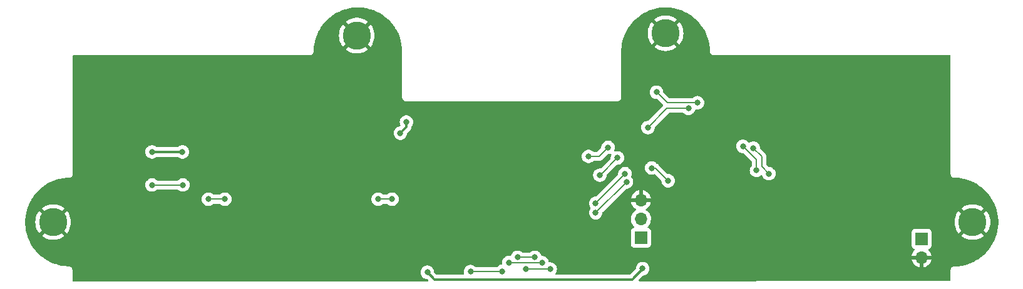
<source format=gbr>
%TF.GenerationSoftware,KiCad,Pcbnew,6.0.6-3a73a75311~116~ubuntu20.04.1*%
%TF.CreationDate,2022-07-28T16:32:39+08:00*%
%TF.ProjectId,Board1,426f6172-6431-42e6-9b69-6361645f7063,rev?*%
%TF.SameCoordinates,Original*%
%TF.FileFunction,Copper,L2,Bot*%
%TF.FilePolarity,Positive*%
%FSLAX46Y46*%
G04 Gerber Fmt 4.6, Leading zero omitted, Abs format (unit mm)*
G04 Created by KiCad (PCBNEW 6.0.6-3a73a75311~116~ubuntu20.04.1) date 2022-07-28 16:32:39*
%MOMM*%
%LPD*%
G01*
G04 APERTURE LIST*
%TA.AperFunction,ComponentPad*%
%ADD10C,3.800000*%
%TD*%
%TA.AperFunction,ComponentPad*%
%ADD11R,1.700000X1.700000*%
%TD*%
%TA.AperFunction,ComponentPad*%
%ADD12O,1.700000X1.700000*%
%TD*%
%TA.AperFunction,ViaPad*%
%ADD13C,0.800000*%
%TD*%
%TA.AperFunction,Conductor*%
%ADD14C,0.180000*%
%TD*%
%TA.AperFunction,Conductor*%
%ADD15C,0.300000*%
%TD*%
%TA.AperFunction,Conductor*%
%ADD16C,0.200000*%
%TD*%
G04 APERTURE END LIST*
D10*
%TO.P,H1,1,1*%
%TO.N,GND*%
X67192097Y-82804098D03*
%TD*%
%TO.P,H2,1,1*%
%TO.N,GND*%
X150012399Y-57239178D03*
%TD*%
%TO.P,H3,1,1*%
%TO.N,GND*%
X191527600Y-82804000D03*
%TD*%
%TO.P,H4,1,1*%
%TO.N,GND*%
X108254800Y-57556400D03*
%TD*%
D11*
%TO.P,J41,1,Pin_1*%
%TO.N,VIN*%
X184632200Y-85059200D03*
D12*
%TO.P,J41,2,Pin_2*%
%TO.N,GND*%
X184632200Y-87599200D03*
%TD*%
%TO.P,J51,3,Pin_3*%
%TO.N,GND*%
X146685400Y-79842600D03*
%TO.P,J51,2,Pin_2*%
%TO.N,TX*%
X146685400Y-82382600D03*
D11*
%TO.P,J51,1,Pin_1*%
%TO.N,RX*%
X146685400Y-84922600D03*
%TD*%
D13*
%TO.N,19*%
X141122400Y-76454000D03*
%TO.N,GND*%
X145034000Y-71120000D03*
X148844000Y-71170800D03*
%TO.N,21*%
X139590600Y-73906200D03*
%TO.N,GND*%
X148336000Y-64008000D03*
X165049200Y-87833200D03*
%TO.N,3.3V*%
X80568800Y-73304400D03*
X84683600Y-73304400D03*
%TO.N,25*%
X84734400Y-77774800D03*
X80568800Y-77774800D03*
%TO.N,GND*%
X117957600Y-66954400D03*
X115011200Y-81330800D03*
X108508800Y-83058000D03*
X149047200Y-73914000D03*
X145084800Y-74422000D03*
X148793200Y-66903600D03*
%TO.N,3.3V*%
X117805200Y-89592100D03*
X146913600Y-89103200D03*
%TO.N,GND*%
X118516400Y-69240400D03*
X117754400Y-72390000D03*
%TO.N,BOOT*%
X127914400Y-89458800D03*
X123647200Y-89509600D03*
X131114800Y-89154000D03*
X134416800Y-89165700D03*
%TO.N,LED2*%
X128828800Y-88278700D03*
%TO.N,LED1*%
X129997200Y-87579200D03*
%TO.N,LED2*%
X133299200Y-88290400D03*
%TO.N,LED1*%
X132334000Y-87579200D03*
%TO.N,3.3V*%
X114960400Y-69252100D03*
X114147600Y-70764400D03*
%TO.N,21*%
X163982400Y-76250800D03*
X161899600Y-72796400D03*
%TO.N,17*%
X162306000Y-75793600D03*
X160477200Y-72542400D03*
%TO.N,25*%
X88188800Y-79705200D03*
X90424000Y-79705200D03*
X111150400Y-79705200D03*
X113030000Y-79705200D03*
%TO.N,21*%
X142240000Y-72694800D03*
%TO.N,22*%
X148793200Y-65227200D03*
X154330400Y-66649600D03*
%TO.N,19*%
X147624800Y-70002400D03*
X153111200Y-67404822D03*
%TO.N,16*%
X148132800Y-75488800D03*
X150368000Y-77216000D03*
%TO.N,GND*%
X114452400Y-77876400D03*
X115468400Y-74726800D03*
%TO.N,16*%
X144729200Y-77368400D03*
%TO.N,17*%
X144526000Y-76250800D03*
%TO.N,19*%
X143510000Y-74117200D03*
%TO.N,16*%
X140563600Y-81534000D03*
%TO.N,17*%
X140555800Y-80256200D03*
%TD*%
D14*
%TO.N,19*%
X143510000Y-74117200D02*
X141173200Y-76454000D01*
X141173200Y-76454000D02*
X141122400Y-76454000D01*
%TO.N,21*%
X139590600Y-73906200D02*
X141028600Y-73906200D01*
X141028600Y-73906200D02*
X142240000Y-72694800D01*
D15*
%TO.N,3.3V*%
X84683600Y-73304400D02*
X80568800Y-73304400D01*
D14*
%TO.N,25*%
X80568800Y-77774800D02*
X84734400Y-77774800D01*
D15*
%TO.N,3.3V*%
X146913600Y-89103200D02*
X146913600Y-89154000D01*
X146913600Y-89154000D02*
X145491200Y-90576400D01*
X145491200Y-90576400D02*
X118770400Y-90576400D01*
X118770400Y-90576400D02*
X117805200Y-89611200D01*
X117805200Y-89611200D02*
X117805200Y-89592100D01*
D16*
%TO.N,BOOT*%
X127914400Y-89458800D02*
X127863600Y-89509600D01*
X127863600Y-89509600D02*
X123647200Y-89509600D01*
%TO.N,LED2*%
X128828800Y-88278700D02*
X128829300Y-88279200D01*
X128829300Y-88279200D02*
X133288000Y-88279200D01*
X133288000Y-88279200D02*
X133299200Y-88290400D01*
%TO.N,BOOT*%
X131114800Y-89154000D02*
X131396200Y-89154000D01*
X131396200Y-89154000D02*
X131407900Y-89165700D01*
X131407900Y-89165700D02*
X134416800Y-89165700D01*
%TO.N,LED1*%
X132334000Y-87579200D02*
X129997200Y-87579200D01*
D15*
%TO.N,3.3V*%
X114147600Y-70764400D02*
X114960400Y-69951600D01*
X114960400Y-69951600D02*
X114960400Y-69252100D01*
D16*
%TO.N,21*%
X161899600Y-72796400D02*
X163017200Y-73914000D01*
X163017200Y-73914000D02*
X163017200Y-75285600D01*
X163017200Y-75285600D02*
X163982400Y-76250800D01*
%TO.N,17*%
X160477200Y-72542400D02*
X162306000Y-74371200D01*
X162306000Y-74371200D02*
X162306000Y-75793600D01*
%TO.N,19*%
X153111200Y-67404822D02*
X153104422Y-67411600D01*
X153104422Y-67411600D02*
X150215600Y-67411600D01*
X150215600Y-67411600D02*
X147624800Y-70002400D01*
%TO.N,22*%
X148793200Y-65227200D02*
X148844000Y-65227200D01*
X150266400Y-66649600D02*
X154330400Y-66649600D01*
X148844000Y-65227200D02*
X150266400Y-66649600D01*
%TO.N,25*%
X90424000Y-79705200D02*
X88188800Y-79705200D01*
X113030000Y-79705200D02*
X111150400Y-79705200D01*
%TO.N,16*%
X150368000Y-77216000D02*
X148640800Y-75488800D01*
X148640800Y-75488800D02*
X148132800Y-75488800D01*
%TO.N,17*%
X144526000Y-76250800D02*
X140555800Y-80221000D01*
X140555800Y-80221000D02*
X140555800Y-80256200D01*
%TO.N,16*%
X140563600Y-81534000D02*
X144729200Y-77368400D01*
%TD*%
%TA.AperFunction,Conductor*%
%TO.N,GND*%
G36*
X108407301Y-53751202D02*
G01*
X108642388Y-53751202D01*
X108652476Y-53751606D01*
X109121159Y-53789251D01*
X109131182Y-53790462D01*
X109453670Y-53842604D01*
X109595344Y-53865511D01*
X109605232Y-53867519D01*
X109819485Y-53920053D01*
X110061889Y-53979489D01*
X110071590Y-53982284D01*
X110517816Y-54130455D01*
X110527263Y-54134018D01*
X110960203Y-54317445D01*
X110969322Y-54321748D01*
X111386182Y-54539245D01*
X111394938Y-54544270D01*
X111793040Y-54794442D01*
X111801367Y-54800152D01*
X112178168Y-55081399D01*
X112186010Y-55087757D01*
X112539082Y-55398267D01*
X112546390Y-55405233D01*
X112873465Y-55743013D01*
X112880192Y-55750542D01*
X113179177Y-56113431D01*
X113185264Y-56121453D01*
X113240455Y-56200587D01*
X113454243Y-56507124D01*
X113459682Y-56515630D01*
X113696911Y-56921586D01*
X113701651Y-56930500D01*
X113905611Y-57354133D01*
X113909623Y-57363398D01*
X114079014Y-57802013D01*
X114082267Y-57811556D01*
X114216003Y-58262344D01*
X114218479Y-58272105D01*
X114297343Y-58645313D01*
X114315692Y-58732147D01*
X114317382Y-58742098D01*
X114377450Y-59208442D01*
X114377450Y-59208443D01*
X114378336Y-59218490D01*
X114399015Y-59649415D01*
X114397808Y-59673859D01*
X114397187Y-59678064D01*
X114397187Y-59678068D01*
X114395876Y-59686948D01*
X114397110Y-59695840D01*
X114399904Y-59715973D01*
X114401100Y-59733293D01*
X114401100Y-65929777D01*
X114401098Y-65930547D01*
X114400624Y-66008121D01*
X114404306Y-66021003D01*
X114408750Y-66036553D01*
X114412328Y-66053315D01*
X114416520Y-66082587D01*
X114420234Y-66090755D01*
X114420234Y-66090756D01*
X114427148Y-66105962D01*
X114433596Y-66123486D01*
X114440651Y-66148171D01*
X114445443Y-66155765D01*
X114445444Y-66155768D01*
X114456430Y-66173180D01*
X114464569Y-66188263D01*
X114476808Y-66215182D01*
X114482669Y-66221984D01*
X114493570Y-66234635D01*
X114504673Y-66249639D01*
X114518376Y-66271358D01*
X114525101Y-66277297D01*
X114525104Y-66277301D01*
X114540538Y-66290932D01*
X114552582Y-66303124D01*
X114566027Y-66318727D01*
X114566030Y-66318729D01*
X114571887Y-66325527D01*
X114579416Y-66330407D01*
X114579417Y-66330408D01*
X114593435Y-66339494D01*
X114608309Y-66350785D01*
X114620817Y-66361831D01*
X114627551Y-66367778D01*
X114654311Y-66380342D01*
X114669291Y-66388663D01*
X114686583Y-66399871D01*
X114686588Y-66399873D01*
X114694115Y-66404752D01*
X114702708Y-66407322D01*
X114702713Y-66407324D01*
X114718720Y-66412111D01*
X114736164Y-66418772D01*
X114751276Y-66425867D01*
X114751278Y-66425868D01*
X114759400Y-66429681D01*
X114768267Y-66431062D01*
X114768268Y-66431062D01*
X114770953Y-66431480D01*
X114788617Y-66434230D01*
X114805332Y-66438013D01*
X114825066Y-66443915D01*
X114825072Y-66443916D01*
X114833666Y-66446486D01*
X114842637Y-66446541D01*
X114842638Y-66446541D01*
X114852697Y-66446602D01*
X114868106Y-66446696D01*
X114868889Y-66446729D01*
X114869986Y-66446900D01*
X114900977Y-66446900D01*
X114901747Y-66446902D01*
X114975385Y-66447352D01*
X114975386Y-66447352D01*
X114979321Y-66447376D01*
X114980665Y-66446992D01*
X114982010Y-66446900D01*
X143501378Y-66446900D01*
X143502149Y-66446902D01*
X143579713Y-66447377D01*
X143608152Y-66439250D01*
X143624910Y-66435673D01*
X143645300Y-66432753D01*
X143645301Y-66432753D01*
X143654187Y-66431480D01*
X143662358Y-66427765D01*
X143662361Y-66427764D01*
X143677564Y-66420852D01*
X143695089Y-66414404D01*
X143703112Y-66412111D01*
X143719764Y-66407352D01*
X143744772Y-66391574D01*
X143759852Y-66383436D01*
X143786782Y-66371192D01*
X143806230Y-66354435D01*
X143821241Y-66343328D01*
X143835359Y-66334420D01*
X143835360Y-66334419D01*
X143842952Y-66329629D01*
X143848892Y-66322903D01*
X143848896Y-66322900D01*
X143862533Y-66307459D01*
X143874720Y-66295420D01*
X143897127Y-66276113D01*
X143902014Y-66268574D01*
X143911092Y-66254570D01*
X143922380Y-66239698D01*
X143933431Y-66227185D01*
X143939374Y-66220456D01*
X143945688Y-66207009D01*
X143951943Y-66193685D01*
X143960267Y-66178700D01*
X143971470Y-66161416D01*
X143976352Y-66153885D01*
X143978922Y-66145290D01*
X143978925Y-66145284D01*
X143983709Y-66129286D01*
X143990372Y-66111837D01*
X143992292Y-66107748D01*
X144001279Y-66088608D01*
X144002660Y-66079738D01*
X144002662Y-66079732D01*
X144005832Y-66059377D01*
X144009613Y-66042665D01*
X144011441Y-66036553D01*
X144018086Y-66014334D01*
X144018296Y-65979894D01*
X144018329Y-65979114D01*
X144018499Y-65978022D01*
X144018500Y-65947102D01*
X144018502Y-65946337D01*
X144018952Y-65872613D01*
X144018976Y-65868679D01*
X144018593Y-65867337D01*
X144018501Y-65865991D01*
X144018599Y-59741042D01*
X144020254Y-59720691D01*
X144023725Y-59699498D01*
X144022631Y-59690586D01*
X144022631Y-59690582D01*
X144021120Y-59678276D01*
X144020326Y-59656885D01*
X144038496Y-59278248D01*
X144041364Y-59218490D01*
X144042250Y-59208442D01*
X144042251Y-59208441D01*
X144054471Y-59113572D01*
X148502713Y-59113572D01*
X148511542Y-59125192D01*
X148716369Y-59274008D01*
X148723049Y-59278248D01*
X148981633Y-59420406D01*
X148988768Y-59423763D01*
X149263145Y-59532397D01*
X149270636Y-59534831D01*
X149556458Y-59608217D01*
X149564229Y-59609699D01*
X149856969Y-59646681D01*
X149864859Y-59647178D01*
X150159939Y-59647178D01*
X150167829Y-59646681D01*
X150460569Y-59609699D01*
X150468340Y-59608217D01*
X150754162Y-59534831D01*
X150761653Y-59532397D01*
X151036030Y-59423763D01*
X151043165Y-59420406D01*
X151301749Y-59278248D01*
X151308429Y-59274008D01*
X151513629Y-59124922D01*
X151522052Y-59113999D01*
X151515148Y-59101138D01*
X150025209Y-57611198D01*
X150011268Y-57603586D01*
X150009433Y-57603717D01*
X150002819Y-57607968D01*
X148509326Y-59101462D01*
X148502713Y-59113572D01*
X144054471Y-59113572D01*
X144102319Y-58742102D01*
X144104009Y-58732150D01*
X144201221Y-58272116D01*
X144203702Y-58262333D01*
X144337435Y-57811557D01*
X144340684Y-57802025D01*
X144510080Y-57363398D01*
X144514091Y-57354135D01*
X144567532Y-57243136D01*
X147599887Y-57243136D01*
X147618414Y-57537614D01*
X147619407Y-57545475D01*
X147674695Y-57835306D01*
X147676666Y-57842983D01*
X147767845Y-58123602D01*
X147770760Y-58130965D01*
X147896392Y-58397948D01*
X147900204Y-58404881D01*
X148058308Y-58654013D01*
X148062962Y-58660419D01*
X148127920Y-58738939D01*
X148140439Y-58747395D01*
X148151177Y-58741189D01*
X149640379Y-57251988D01*
X149646756Y-57240309D01*
X150376807Y-57240309D01*
X150376938Y-57242144D01*
X150381189Y-57248758D01*
X151872518Y-58740086D01*
X151885780Y-58747328D01*
X151895884Y-58740140D01*
X151961836Y-58660419D01*
X151966490Y-58654013D01*
X152124594Y-58404881D01*
X152128406Y-58397948D01*
X152254038Y-58130965D01*
X152256953Y-58123602D01*
X152348132Y-57842983D01*
X152350103Y-57835306D01*
X152405391Y-57545475D01*
X152406384Y-57537614D01*
X152424911Y-57243136D01*
X152424911Y-57235220D01*
X152406384Y-56940742D01*
X152405391Y-56932881D01*
X152350103Y-56643050D01*
X152348132Y-56635373D01*
X152256953Y-56354754D01*
X152254038Y-56347391D01*
X152128406Y-56080408D01*
X152124594Y-56073475D01*
X151966490Y-55824343D01*
X151961836Y-55817937D01*
X151896878Y-55739417D01*
X151884359Y-55730961D01*
X151873621Y-55737167D01*
X150384419Y-57226368D01*
X150376807Y-57240309D01*
X149646756Y-57240309D01*
X149647991Y-57238047D01*
X149647860Y-57236212D01*
X149643609Y-57229598D01*
X148152280Y-55738270D01*
X148139018Y-55731028D01*
X148128914Y-55738216D01*
X148062962Y-55817937D01*
X148058308Y-55824343D01*
X147900204Y-56073475D01*
X147896392Y-56080408D01*
X147770760Y-56347391D01*
X147767845Y-56354754D01*
X147676666Y-56635373D01*
X147674695Y-56643050D01*
X147619407Y-56932881D01*
X147618414Y-56940742D01*
X147599887Y-57235220D01*
X147599887Y-57243136D01*
X144567532Y-57243136D01*
X144718052Y-56930502D01*
X144722792Y-56921588D01*
X144960021Y-56515633D01*
X144965460Y-56507127D01*
X145234431Y-56121467D01*
X145240534Y-56113424D01*
X145531745Y-55759974D01*
X145539516Y-55750542D01*
X145546238Y-55743019D01*
X145549726Y-55739417D01*
X145873319Y-55405233D01*
X145880622Y-55398272D01*
X145910706Y-55371815D01*
X145919186Y-55364357D01*
X148502746Y-55364357D01*
X148509650Y-55377218D01*
X149999589Y-56867158D01*
X150013530Y-56874770D01*
X150015365Y-56874639D01*
X150021979Y-56870388D01*
X151515472Y-55376894D01*
X151522085Y-55364784D01*
X151513256Y-55353164D01*
X151308429Y-55204348D01*
X151301749Y-55200108D01*
X151043165Y-55057950D01*
X151036030Y-55054593D01*
X150761653Y-54945959D01*
X150754162Y-54943525D01*
X150468340Y-54870139D01*
X150460569Y-54868657D01*
X150167829Y-54831675D01*
X150159939Y-54831178D01*
X149864859Y-54831178D01*
X149856969Y-54831675D01*
X149564229Y-54868657D01*
X149556458Y-54870139D01*
X149270636Y-54943525D01*
X149263145Y-54945959D01*
X148988768Y-55054593D01*
X148981633Y-55057950D01*
X148723049Y-55200108D01*
X148716369Y-55204348D01*
X148511169Y-55353434D01*
X148502746Y-55364357D01*
X145919186Y-55364357D01*
X146101127Y-55204348D01*
X146233694Y-55087762D01*
X146241537Y-55081404D01*
X146618338Y-54800158D01*
X146626664Y-54794448D01*
X147024761Y-54544280D01*
X147033517Y-54539255D01*
X147450375Y-54321758D01*
X147459506Y-54317450D01*
X147675973Y-54225738D01*
X147892450Y-54134022D01*
X147901876Y-54130467D01*
X148348116Y-53982291D01*
X148357818Y-53979496D01*
X148814465Y-53867530D01*
X148824359Y-53865520D01*
X149288521Y-53790471D01*
X149298544Y-53789261D01*
X149767227Y-53751615D01*
X149777315Y-53751210D01*
X150012401Y-53751211D01*
X150247487Y-53751211D01*
X150257575Y-53751615D01*
X150726258Y-53789260D01*
X150736281Y-53790471D01*
X151058769Y-53842613D01*
X151200443Y-53865520D01*
X151210331Y-53867528D01*
X151424584Y-53920062D01*
X151666988Y-53979498D01*
X151676689Y-53982293D01*
X152122926Y-54130467D01*
X152132351Y-54134022D01*
X152348829Y-54225738D01*
X152565296Y-54317451D01*
X152574427Y-54321759D01*
X152991285Y-54539256D01*
X153000041Y-54544281D01*
X153398137Y-54794449D01*
X153406463Y-54800159D01*
X153783264Y-55081405D01*
X153791107Y-55087763D01*
X153987802Y-55260747D01*
X154119870Y-55376894D01*
X154144179Y-55398273D01*
X154151481Y-55405233D01*
X154475074Y-55739417D01*
X154478563Y-55743020D01*
X154485290Y-55750549D01*
X154784267Y-56113426D01*
X154790370Y-56121469D01*
X155059341Y-56507128D01*
X155064780Y-56515634D01*
X155302009Y-56921590D01*
X155306749Y-56930504D01*
X155510709Y-57354137D01*
X155514719Y-57363398D01*
X155684117Y-57802027D01*
X155687366Y-57811559D01*
X155821102Y-58262346D01*
X155823578Y-58272107D01*
X155912109Y-58691063D01*
X155920791Y-58732149D01*
X155922481Y-58742100D01*
X155982550Y-59208443D01*
X155982550Y-59208444D01*
X155983436Y-59218490D01*
X156004116Y-59649408D01*
X156002909Y-59673849D01*
X156000975Y-59686949D01*
X156002209Y-59695840D01*
X156002209Y-59695843D01*
X156004693Y-59713740D01*
X156005887Y-59731834D01*
X156005825Y-59741944D01*
X156005721Y-59758886D01*
X156008189Y-59767522D01*
X156013468Y-59785996D01*
X156017122Y-59803295D01*
X156020998Y-59831223D01*
X156024678Y-59839410D01*
X156024678Y-59839411D01*
X156032089Y-59855900D01*
X156038313Y-59872931D01*
X156045745Y-59898937D01*
X156050536Y-59906531D01*
X156050537Y-59906533D01*
X156060790Y-59922785D01*
X156069150Y-59938359D01*
X156080710Y-59964079D01*
X156089695Y-59974598D01*
X156098280Y-59984650D01*
X156109033Y-59999249D01*
X156118677Y-60014535D01*
X156118680Y-60014539D01*
X156123467Y-60022126D01*
X156130189Y-60028063D01*
X156130194Y-60028069D01*
X156144598Y-60040790D01*
X156156994Y-60053393D01*
X156175309Y-60074836D01*
X156197947Y-60089649D01*
X156212362Y-60100641D01*
X156225906Y-60112603D01*
X156225909Y-60112605D01*
X156232639Y-60118549D01*
X156258157Y-60130530D01*
X156273598Y-60139151D01*
X156297192Y-60154590D01*
X156322111Y-60162160D01*
X156323085Y-60162456D01*
X156340006Y-60168960D01*
X156364487Y-60180455D01*
X156391575Y-60184674D01*
X156392340Y-60184793D01*
X156409571Y-60188732D01*
X156427970Y-60194321D01*
X156427974Y-60194322D01*
X156436560Y-60196930D01*
X156445533Y-60197024D01*
X156445534Y-60197024D01*
X156471343Y-60197294D01*
X156473107Y-60197371D01*
X156475072Y-60197677D01*
X156504259Y-60197678D01*
X156507482Y-60197678D01*
X156508794Y-60197685D01*
X156575955Y-60198387D01*
X156575960Y-60198387D01*
X156582211Y-60198452D01*
X156584433Y-60197828D01*
X156586669Y-60197680D01*
X162777972Y-60197836D01*
X188443103Y-60198484D01*
X188511223Y-60218488D01*
X188557715Y-60272145D01*
X188569100Y-60324484D01*
X188569102Y-76294365D01*
X188569090Y-76296127D01*
X188568093Y-76367411D01*
X188576638Y-76398225D01*
X188579942Y-76414008D01*
X188584522Y-76445987D01*
X188592265Y-76463017D01*
X188594183Y-76467235D01*
X188600900Y-76485716D01*
X188607016Y-76507772D01*
X188611746Y-76515401D01*
X188611747Y-76515403D01*
X188623748Y-76534760D01*
X188631360Y-76549001D01*
X188641094Y-76570410D01*
X188644810Y-76578582D01*
X188660151Y-76596386D01*
X188671779Y-76612230D01*
X188683768Y-76631567D01*
X188690450Y-76637562D01*
X188690451Y-76637564D01*
X188707263Y-76652649D01*
X188718567Y-76664182D01*
X188731384Y-76679056D01*
X188739889Y-76688927D01*
X188747421Y-76693809D01*
X188759726Y-76701785D01*
X188775344Y-76713737D01*
X188792181Y-76728844D01*
X188820517Y-76742421D01*
X188834600Y-76750316D01*
X188862117Y-76768152D01*
X188870712Y-76770722D01*
X188870718Y-76770725D01*
X188884870Y-76774957D01*
X188903212Y-76782044D01*
X188908142Y-76784406D01*
X188923538Y-76791783D01*
X188932395Y-76793234D01*
X188932396Y-76793234D01*
X188954461Y-76796848D01*
X188970189Y-76800472D01*
X189001668Y-76809886D01*
X189010647Y-76809941D01*
X189025462Y-76810032D01*
X189045051Y-76811686D01*
X189058419Y-76813875D01*
X189058421Y-76813875D01*
X189067281Y-76815326D01*
X189076193Y-76814232D01*
X189076194Y-76814232D01*
X189088503Y-76812721D01*
X189109894Y-76811927D01*
X189548283Y-76832964D01*
X189558340Y-76833851D01*
X190024680Y-76893917D01*
X190034634Y-76895607D01*
X190214188Y-76933549D01*
X190494672Y-76992819D01*
X190504451Y-76995299D01*
X190955219Y-77129028D01*
X190964760Y-77132279D01*
X191402200Y-77301216D01*
X191403376Y-77301670D01*
X191412637Y-77305679D01*
X191836302Y-77509654D01*
X191845202Y-77514387D01*
X191980205Y-77593279D01*
X192251156Y-77751615D01*
X192259662Y-77757054D01*
X192275694Y-77768235D01*
X192645334Y-78026033D01*
X192653356Y-78032120D01*
X192671740Y-78047266D01*
X193016243Y-78331105D01*
X193023771Y-78337831D01*
X193143398Y-78453666D01*
X193361571Y-78664924D01*
X193368515Y-78672211D01*
X193679036Y-79025292D01*
X193685385Y-79033123D01*
X193966637Y-79409932D01*
X193972347Y-79418258D01*
X194222516Y-79816355D01*
X194227541Y-79825111D01*
X194445039Y-80241970D01*
X194449347Y-80251101D01*
X194632772Y-80684036D01*
X194636335Y-80693483D01*
X194784506Y-81139710D01*
X194787301Y-81149411D01*
X194824983Y-81303092D01*
X194884802Y-81547057D01*
X194899270Y-81606065D01*
X194901279Y-81615956D01*
X194917128Y-81713975D01*
X194976328Y-82080119D01*
X194977539Y-82090142D01*
X195015184Y-82558826D01*
X195015588Y-82568914D01*
X195015588Y-83039088D01*
X195015183Y-83049176D01*
X194977537Y-83517860D01*
X194976327Y-83527883D01*
X194901279Y-83992042D01*
X194899269Y-84001937D01*
X194787300Y-84458591D01*
X194784505Y-84468292D01*
X194660059Y-84843070D01*
X194636334Y-84914518D01*
X194632771Y-84923965D01*
X194449346Y-85356900D01*
X194445038Y-85366031D01*
X194227540Y-85782890D01*
X194222515Y-85791646D01*
X193972346Y-86189743D01*
X193966636Y-86198070D01*
X193685388Y-86574871D01*
X193679030Y-86582713D01*
X193541762Y-86738796D01*
X193383960Y-86918229D01*
X193368513Y-86935793D01*
X193361550Y-86943097D01*
X193264214Y-87037348D01*
X193023777Y-87270164D01*
X193016249Y-87276891D01*
X192653354Y-87575881D01*
X192645332Y-87581968D01*
X192423260Y-87736848D01*
X192259660Y-87850947D01*
X192251154Y-87856386D01*
X192133518Y-87925129D01*
X191845200Y-88093614D01*
X191836300Y-88098347D01*
X191424968Y-88296383D01*
X191412639Y-88302319D01*
X191403374Y-88306330D01*
X190964769Y-88475716D01*
X190955213Y-88478973D01*
X190504450Y-88612701D01*
X190494663Y-88615183D01*
X190034633Y-88712393D01*
X190024680Y-88714083D01*
X189990528Y-88718482D01*
X189558327Y-88774152D01*
X189548290Y-88775037D01*
X189117360Y-88795715D01*
X189092918Y-88794508D01*
X189088713Y-88793887D01*
X189088710Y-88793887D01*
X189079831Y-88792576D01*
X189070938Y-88793810D01*
X189052287Y-88796398D01*
X189034220Y-88797592D01*
X189016775Y-88797488D01*
X189016773Y-88797488D01*
X189007800Y-88797435D01*
X188999167Y-88799904D01*
X188981434Y-88804975D01*
X188964108Y-88808636D01*
X188944446Y-88811364D01*
X188944443Y-88811365D01*
X188935556Y-88812598D01*
X188910204Y-88823992D01*
X188893202Y-88830207D01*
X188876384Y-88835016D01*
X188876380Y-88835018D01*
X188867756Y-88837484D01*
X188860166Y-88842275D01*
X188860165Y-88842275D01*
X188844517Y-88852151D01*
X188828922Y-88860524D01*
X188817556Y-88865633D01*
X188802700Y-88872310D01*
X188781635Y-88890302D01*
X188767059Y-88901041D01*
X188744581Y-88915228D01*
X188738640Y-88921957D01*
X188726321Y-88935910D01*
X188713699Y-88948326D01*
X188698771Y-88961076D01*
X188698767Y-88961080D01*
X188691943Y-88966909D01*
X188687028Y-88974421D01*
X188676846Y-88989981D01*
X188665866Y-89004384D01*
X188648178Y-89024418D01*
X188636389Y-89049539D01*
X188627761Y-89064995D01*
X188612189Y-89088792D01*
X188609578Y-89097385D01*
X188609578Y-89097386D01*
X188604223Y-89115013D01*
X188597727Y-89131918D01*
X188590111Y-89148145D01*
X188590109Y-89148151D01*
X188586296Y-89156276D01*
X188584917Y-89165144D01*
X188584916Y-89165146D01*
X188582003Y-89183874D01*
X188578059Y-89201131D01*
X188572458Y-89219567D01*
X188572457Y-89219571D01*
X188569848Y-89228160D01*
X188569754Y-89237136D01*
X188569754Y-89237138D01*
X188569483Y-89263070D01*
X188569404Y-89264874D01*
X188569094Y-89266865D01*
X188569095Y-89271724D01*
X188569099Y-89299168D01*
X188569092Y-89300485D01*
X188568968Y-89312396D01*
X188568573Y-89350206D01*
X188568326Y-89373810D01*
X188568960Y-89376067D01*
X188569111Y-89378346D01*
X188569309Y-90653608D01*
X188549318Y-90721732D01*
X188495669Y-90768234D01*
X188443414Y-90779628D01*
X177853543Y-90788453D01*
X146488565Y-90814591D01*
X146420428Y-90794646D01*
X146373890Y-90741029D01*
X146363728Y-90670763D01*
X146393167Y-90606158D01*
X146399364Y-90599496D01*
X146954848Y-90044011D01*
X147017746Y-90009859D01*
X147195888Y-89971994D01*
X147321532Y-89916054D01*
X147364322Y-89897003D01*
X147364324Y-89897002D01*
X147370352Y-89894318D01*
X147388690Y-89880995D01*
X147467232Y-89823930D01*
X147524853Y-89782066D01*
X147531936Y-89774200D01*
X147648221Y-89645052D01*
X147648222Y-89645051D01*
X147652640Y-89640144D01*
X147722426Y-89519271D01*
X147744823Y-89480479D01*
X147744824Y-89480478D01*
X147748127Y-89474756D01*
X147807142Y-89293128D01*
X147809692Y-89268872D01*
X147826414Y-89109765D01*
X147827104Y-89103200D01*
X147823595Y-89069818D01*
X147807832Y-88919835D01*
X147807832Y-88919833D01*
X147807142Y-88913272D01*
X147748127Y-88731644D01*
X147737013Y-88712393D01*
X147696944Y-88642992D01*
X147652640Y-88566256D01*
X147623934Y-88534374D01*
X147529275Y-88429245D01*
X147529274Y-88429244D01*
X147524853Y-88424334D01*
X147370352Y-88312082D01*
X147364324Y-88309398D01*
X147364322Y-88309397D01*
X147201919Y-88237091D01*
X147201918Y-88237091D01*
X147195888Y-88234406D01*
X147102488Y-88214553D01*
X147015544Y-88196072D01*
X147015539Y-88196072D01*
X147009087Y-88194700D01*
X146818113Y-88194700D01*
X146811661Y-88196072D01*
X146811656Y-88196072D01*
X146724712Y-88214553D01*
X146631312Y-88234406D01*
X146625282Y-88237091D01*
X146625281Y-88237091D01*
X146462878Y-88309397D01*
X146462876Y-88309398D01*
X146456848Y-88312082D01*
X146302347Y-88424334D01*
X146297926Y-88429244D01*
X146297925Y-88429245D01*
X146203267Y-88534374D01*
X146174560Y-88566256D01*
X146130256Y-88642992D01*
X146090188Y-88712393D01*
X146079073Y-88731644D01*
X146020058Y-88913272D01*
X146019368Y-88919833D01*
X146019368Y-88919835D01*
X146013082Y-88979643D01*
X146003117Y-89074462D01*
X146000879Y-89095751D01*
X145973866Y-89161408D01*
X145964664Y-89171677D01*
X145605369Y-89530971D01*
X145255344Y-89880996D01*
X145193032Y-89915021D01*
X145166249Y-89917900D01*
X135245023Y-89917900D01*
X135176902Y-89897898D01*
X135130409Y-89844242D01*
X135120305Y-89773968D01*
X135148557Y-89713630D01*
X135147541Y-89712892D01*
X135151370Y-89707622D01*
X135151383Y-89707594D01*
X135151421Y-89707552D01*
X135151422Y-89707551D01*
X135155840Y-89702644D01*
X135223453Y-89585535D01*
X135248023Y-89542979D01*
X135248024Y-89542978D01*
X135251327Y-89537256D01*
X135310342Y-89355628D01*
X135312262Y-89337365D01*
X135329614Y-89172265D01*
X135330304Y-89165700D01*
X135328459Y-89148145D01*
X135311032Y-88982335D01*
X135311032Y-88982333D01*
X135310342Y-88975772D01*
X135251327Y-88794144D01*
X135155840Y-88628756D01*
X135130939Y-88601100D01*
X135032475Y-88491745D01*
X135032474Y-88491744D01*
X135028053Y-88486834D01*
X134873552Y-88374582D01*
X134867524Y-88371898D01*
X134867522Y-88371897D01*
X134705119Y-88299591D01*
X134705118Y-88299591D01*
X134699088Y-88296906D01*
X134605688Y-88277053D01*
X134518744Y-88258572D01*
X134518739Y-88258572D01*
X134512287Y-88257200D01*
X134322666Y-88257200D01*
X134254545Y-88237198D01*
X134208052Y-88183542D01*
X134197356Y-88144371D01*
X134193432Y-88107035D01*
X134193432Y-88107033D01*
X134192742Y-88100472D01*
X134133727Y-87918844D01*
X134122259Y-87898980D01*
X134103891Y-87867166D01*
X183300457Y-87867166D01*
X183330765Y-88001646D01*
X183333845Y-88011475D01*
X183413970Y-88208803D01*
X183418613Y-88217994D01*
X183529894Y-88399588D01*
X183535977Y-88407899D01*
X183675413Y-88568867D01*
X183682780Y-88576083D01*
X183846634Y-88712116D01*
X183855081Y-88718031D01*
X184038956Y-88825479D01*
X184048242Y-88829929D01*
X184247201Y-88905903D01*
X184257099Y-88908779D01*
X184360450Y-88929806D01*
X184374499Y-88928610D01*
X184378200Y-88918265D01*
X184378200Y-88917717D01*
X184886200Y-88917717D01*
X184890264Y-88931559D01*
X184903678Y-88933593D01*
X184910384Y-88932734D01*
X184920462Y-88930592D01*
X185124455Y-88869391D01*
X185134042Y-88865633D01*
X185325295Y-88771939D01*
X185334145Y-88766664D01*
X185507528Y-88642992D01*
X185515400Y-88636339D01*
X185666252Y-88486012D01*
X185672930Y-88478165D01*
X185797203Y-88305220D01*
X185802513Y-88296383D01*
X185896870Y-88105467D01*
X185900669Y-88095872D01*
X185962577Y-87892110D01*
X185964755Y-87882037D01*
X185966186Y-87871162D01*
X185963975Y-87856978D01*
X185950817Y-87853200D01*
X184904315Y-87853200D01*
X184889076Y-87857675D01*
X184887871Y-87859065D01*
X184886200Y-87866748D01*
X184886200Y-88917717D01*
X184378200Y-88917717D01*
X184378200Y-87871315D01*
X184373725Y-87856076D01*
X184372335Y-87854871D01*
X184364652Y-87853200D01*
X183315425Y-87853200D01*
X183301894Y-87857173D01*
X183300457Y-87867166D01*
X134103891Y-87867166D01*
X134084463Y-87833517D01*
X134038240Y-87753456D01*
X133910453Y-87611534D01*
X133811357Y-87539536D01*
X133761294Y-87503163D01*
X133761293Y-87503162D01*
X133755952Y-87499282D01*
X133749924Y-87496598D01*
X133749922Y-87496597D01*
X133587519Y-87424291D01*
X133587518Y-87424291D01*
X133581488Y-87421606D01*
X133488088Y-87401753D01*
X133401144Y-87383272D01*
X133401139Y-87383272D01*
X133394687Y-87381900D01*
X133316691Y-87381900D01*
X133248570Y-87361898D01*
X133202077Y-87308242D01*
X133196858Y-87294836D01*
X133170569Y-87213928D01*
X133170568Y-87213926D01*
X133168527Y-87207644D01*
X133073040Y-87042256D01*
X132980589Y-86939578D01*
X132949675Y-86905245D01*
X132949674Y-86905244D01*
X132945253Y-86900334D01*
X132790752Y-86788082D01*
X132784724Y-86785398D01*
X132784722Y-86785397D01*
X132622319Y-86713091D01*
X132622318Y-86713091D01*
X132616288Y-86710406D01*
X132522888Y-86690553D01*
X132435944Y-86672072D01*
X132435939Y-86672072D01*
X132429487Y-86670700D01*
X132238513Y-86670700D01*
X132232061Y-86672072D01*
X132232056Y-86672072D01*
X132145112Y-86690553D01*
X132051712Y-86710406D01*
X132045682Y-86713091D01*
X132045681Y-86713091D01*
X131883278Y-86785397D01*
X131883276Y-86785398D01*
X131877248Y-86788082D01*
X131722747Y-86900334D01*
X131718334Y-86905236D01*
X131718332Y-86905237D01*
X131696926Y-86929011D01*
X131636480Y-86966250D01*
X131603290Y-86970700D01*
X130727910Y-86970700D01*
X130659789Y-86950698D01*
X130634274Y-86929011D01*
X130612868Y-86905237D01*
X130612866Y-86905236D01*
X130608453Y-86900334D01*
X130453952Y-86788082D01*
X130447924Y-86785398D01*
X130447922Y-86785397D01*
X130285519Y-86713091D01*
X130285518Y-86713091D01*
X130279488Y-86710406D01*
X130186088Y-86690553D01*
X130099144Y-86672072D01*
X130099139Y-86672072D01*
X130092687Y-86670700D01*
X129901713Y-86670700D01*
X129895261Y-86672072D01*
X129895256Y-86672072D01*
X129808312Y-86690553D01*
X129714912Y-86710406D01*
X129708882Y-86713091D01*
X129708881Y-86713091D01*
X129546478Y-86785397D01*
X129546476Y-86785398D01*
X129540448Y-86788082D01*
X129385947Y-86900334D01*
X129381526Y-86905244D01*
X129381525Y-86905245D01*
X129350612Y-86939578D01*
X129258160Y-87042256D01*
X129162673Y-87207644D01*
X129147852Y-87253259D01*
X129132925Y-87299198D01*
X129092851Y-87357803D01*
X129027454Y-87385440D01*
X128986895Y-87383507D01*
X128930753Y-87371573D01*
X128930740Y-87371572D01*
X128924287Y-87370200D01*
X128733313Y-87370200D01*
X128726861Y-87371572D01*
X128726856Y-87371572D01*
X128643587Y-87389272D01*
X128546512Y-87409906D01*
X128540482Y-87412591D01*
X128540481Y-87412591D01*
X128378078Y-87484897D01*
X128378076Y-87484898D01*
X128372048Y-87487582D01*
X128366707Y-87491462D01*
X128366706Y-87491463D01*
X128317578Y-87527157D01*
X128217547Y-87599834D01*
X128213126Y-87604744D01*
X128213125Y-87604745D01*
X128210509Y-87607651D01*
X128089760Y-87741756D01*
X128086459Y-87747474D01*
X128008769Y-87882037D01*
X127994273Y-87907144D01*
X127935258Y-88088772D01*
X127934568Y-88095333D01*
X127934568Y-88095335D01*
X127916261Y-88269520D01*
X127915296Y-88278700D01*
X127928876Y-88407899D01*
X127929379Y-88412689D01*
X127916607Y-88482528D01*
X127868105Y-88534374D01*
X127819872Y-88550300D01*
X127818913Y-88550300D01*
X127812460Y-88551672D01*
X127812457Y-88551672D01*
X127749887Y-88564972D01*
X127632112Y-88590006D01*
X127626082Y-88592691D01*
X127626081Y-88592691D01*
X127463678Y-88664997D01*
X127463676Y-88664998D01*
X127457648Y-88667682D01*
X127303147Y-88779934D01*
X127231586Y-88859411D01*
X127171142Y-88896650D01*
X127137951Y-88901100D01*
X124377910Y-88901100D01*
X124309789Y-88881098D01*
X124284274Y-88859411D01*
X124262868Y-88835637D01*
X124262866Y-88835636D01*
X124258453Y-88830734D01*
X124213812Y-88798300D01*
X124109294Y-88722363D01*
X124109293Y-88722362D01*
X124103952Y-88718482D01*
X124097924Y-88715798D01*
X124097922Y-88715797D01*
X123935519Y-88643491D01*
X123935518Y-88643491D01*
X123929488Y-88640806D01*
X123836088Y-88620953D01*
X123749144Y-88602472D01*
X123749139Y-88602472D01*
X123742687Y-88601100D01*
X123551713Y-88601100D01*
X123545261Y-88602472D01*
X123545256Y-88602472D01*
X123458312Y-88620953D01*
X123364912Y-88640806D01*
X123358882Y-88643491D01*
X123358881Y-88643491D01*
X123196478Y-88715797D01*
X123196476Y-88715798D01*
X123190448Y-88718482D01*
X123185107Y-88722362D01*
X123185106Y-88722363D01*
X123135043Y-88758736D01*
X123035947Y-88830734D01*
X123031526Y-88835644D01*
X123031525Y-88835645D01*
X122913335Y-88966909D01*
X122908160Y-88972656D01*
X122893969Y-88997236D01*
X122836581Y-89096635D01*
X122812673Y-89138044D01*
X122753658Y-89319672D01*
X122752968Y-89326233D01*
X122752968Y-89326235D01*
X122747968Y-89373810D01*
X122733696Y-89509600D01*
X122734386Y-89516165D01*
X122747417Y-89640144D01*
X122753658Y-89699528D01*
X122771021Y-89752966D01*
X122773049Y-89823930D01*
X122736387Y-89884729D01*
X122672675Y-89916054D01*
X122651188Y-89917900D01*
X119095350Y-89917900D01*
X119027229Y-89897898D01*
X119006255Y-89880995D01*
X118750413Y-89625153D01*
X118716387Y-89562841D01*
X118714198Y-89549228D01*
X118699432Y-89408735D01*
X118699432Y-89408733D01*
X118698742Y-89402172D01*
X118639727Y-89220544D01*
X118634364Y-89211254D01*
X118595177Y-89143382D01*
X118544240Y-89055156D01*
X118539175Y-89049530D01*
X118420875Y-88918145D01*
X118420874Y-88918144D01*
X118416453Y-88913234D01*
X118313804Y-88838655D01*
X118267294Y-88804863D01*
X118267293Y-88804862D01*
X118261952Y-88800982D01*
X118255924Y-88798298D01*
X118255922Y-88798297D01*
X118093519Y-88725991D01*
X118093518Y-88725991D01*
X118087488Y-88723306D01*
X117994087Y-88703453D01*
X117907144Y-88684972D01*
X117907139Y-88684972D01*
X117900687Y-88683600D01*
X117709713Y-88683600D01*
X117703261Y-88684972D01*
X117703256Y-88684972D01*
X117616313Y-88703453D01*
X117522912Y-88723306D01*
X117516882Y-88725991D01*
X117516881Y-88725991D01*
X117354478Y-88798297D01*
X117354476Y-88798298D01*
X117348448Y-88800982D01*
X117343107Y-88804862D01*
X117343106Y-88804863D01*
X117296596Y-88838655D01*
X117193947Y-88913234D01*
X117189526Y-88918144D01*
X117189525Y-88918145D01*
X117071226Y-89049530D01*
X117066160Y-89055156D01*
X117015223Y-89143382D01*
X116976037Y-89211254D01*
X116970673Y-89220544D01*
X116911658Y-89402172D01*
X116910968Y-89408733D01*
X116910968Y-89408735D01*
X116898690Y-89525556D01*
X116891696Y-89592100D01*
X116892386Y-89598665D01*
X116904392Y-89712892D01*
X116911658Y-89782028D01*
X116970673Y-89963656D01*
X117066160Y-90129044D01*
X117193947Y-90270966D01*
X117348448Y-90383218D01*
X117354476Y-90385902D01*
X117354478Y-90385903D01*
X117516881Y-90458209D01*
X117522912Y-90460894D01*
X117616313Y-90480747D01*
X117703256Y-90499228D01*
X117703261Y-90499228D01*
X117709713Y-90500600D01*
X117716315Y-90500600D01*
X117722882Y-90501290D01*
X117722601Y-90503962D01*
X117779271Y-90520602D01*
X117800245Y-90537505D01*
X117877545Y-90614805D01*
X117911571Y-90677117D01*
X117906506Y-90747932D01*
X117863959Y-90804768D01*
X117797439Y-90829579D01*
X117788450Y-90829900D01*
X69925604Y-90829900D01*
X69857483Y-90809898D01*
X69810990Y-90756242D01*
X69799604Y-90703919D01*
X69799479Y-89880995D01*
X69799393Y-89315150D01*
X69799423Y-89312396D01*
X69800707Y-89253677D01*
X69800707Y-89253676D01*
X69800903Y-89244702D01*
X69798572Y-89236033D01*
X69798572Y-89236030D01*
X69791911Y-89211254D01*
X69788865Y-89196422D01*
X69785402Y-89172265D01*
X69783950Y-89162136D01*
X69777587Y-89148145D01*
X69775420Y-89143382D01*
X69768435Y-89123931D01*
X69765416Y-89112703D01*
X69763087Y-89104039D01*
X69745068Y-89074459D01*
X69737985Y-89061083D01*
X69727357Y-89037718D01*
X69723642Y-89029550D01*
X69717782Y-89022751D01*
X69717780Y-89022748D01*
X69710193Y-89013945D01*
X69698029Y-88997236D01*
X69691983Y-88987311D01*
X69687312Y-88979643D01*
X69661710Y-88956304D01*
X69651161Y-88945457D01*
X69634409Y-88926022D01*
X69634408Y-88926022D01*
X69628546Y-88919220D01*
X69611258Y-88908018D01*
X69594889Y-88895390D01*
X69586308Y-88887567D01*
X69586307Y-88887566D01*
X69579669Y-88881515D01*
X69571603Y-88877572D01*
X69571600Y-88877570D01*
X69548559Y-88866307D01*
X69535378Y-88858851D01*
X69513836Y-88844892D01*
X69513835Y-88844891D01*
X69506306Y-88840013D01*
X69486560Y-88834111D01*
X69467312Y-88826588D01*
X69448811Y-88817544D01*
X69414669Y-88811676D01*
X69399953Y-88808225D01*
X69366749Y-88798300D01*
X69346148Y-88798178D01*
X69325550Y-88796358D01*
X69314108Y-88794391D01*
X69314106Y-88794391D01*
X69305258Y-88792870D01*
X69290987Y-88794508D01*
X69283999Y-88795310D01*
X69262615Y-88795936D01*
X69127889Y-88788421D01*
X68825574Y-88771558D01*
X68815551Y-88770596D01*
X68350830Y-88707156D01*
X68340914Y-88705396D01*
X68058274Y-88643491D01*
X67882747Y-88605046D01*
X67873017Y-88602504D01*
X67509261Y-88491745D01*
X67424322Y-88465882D01*
X67414813Y-88462566D01*
X66978469Y-88290549D01*
X66969255Y-88286484D01*
X66548037Y-88080166D01*
X66539178Y-88075378D01*
X66135800Y-87836091D01*
X66127350Y-87830611D01*
X65744354Y-87559861D01*
X65736370Y-87553724D01*
X65376229Y-87253259D01*
X65368760Y-87246503D01*
X65033759Y-86918229D01*
X65026853Y-86910899D01*
X64719144Y-86556927D01*
X64712846Y-86549069D01*
X64434380Y-86171641D01*
X64428730Y-86163304D01*
X64181313Y-85764868D01*
X64176346Y-85756108D01*
X63970666Y-85356900D01*
X63961523Y-85339154D01*
X63957273Y-85330027D01*
X63891675Y-85173039D01*
X63776437Y-84897253D01*
X63772932Y-84887821D01*
X63754334Y-84830908D01*
X63708202Y-84689744D01*
X63704525Y-84678492D01*
X65682411Y-84678492D01*
X65691240Y-84690112D01*
X65896067Y-84838928D01*
X65902747Y-84843168D01*
X66161331Y-84985326D01*
X66168466Y-84988683D01*
X66442843Y-85097317D01*
X66450334Y-85099751D01*
X66736156Y-85173137D01*
X66743927Y-85174619D01*
X67036667Y-85211601D01*
X67044557Y-85212098D01*
X67339637Y-85212098D01*
X67347527Y-85211601D01*
X67640267Y-85174619D01*
X67648038Y-85173137D01*
X67933860Y-85099751D01*
X67941351Y-85097317D01*
X68215728Y-84988683D01*
X68222863Y-84985326D01*
X68481447Y-84843168D01*
X68488127Y-84838928D01*
X68693327Y-84689842D01*
X68701750Y-84678919D01*
X68694846Y-84666058D01*
X67204907Y-83176118D01*
X67190966Y-83168506D01*
X67189131Y-83168637D01*
X67182517Y-83172888D01*
X65689024Y-84666382D01*
X65682411Y-84678492D01*
X63704525Y-84678492D01*
X63627241Y-84441999D01*
X63624498Y-84432310D01*
X63559295Y-84161066D01*
X63514874Y-83976275D01*
X63512915Y-83966404D01*
X63511171Y-83955309D01*
X63440062Y-83503061D01*
X63438897Y-83493058D01*
X63403281Y-83025394D01*
X63402918Y-83015330D01*
X63403734Y-82808056D01*
X64779585Y-82808056D01*
X64798112Y-83102534D01*
X64799105Y-83110395D01*
X64854393Y-83400226D01*
X64856364Y-83407903D01*
X64947543Y-83688522D01*
X64950458Y-83695885D01*
X65076090Y-83962868D01*
X65079902Y-83969801D01*
X65238006Y-84218933D01*
X65242660Y-84225339D01*
X65307618Y-84303859D01*
X65320137Y-84312315D01*
X65330875Y-84306109D01*
X66820077Y-82816908D01*
X66826454Y-82805229D01*
X67556505Y-82805229D01*
X67556636Y-82807064D01*
X67560887Y-82813678D01*
X69052216Y-84305006D01*
X69065478Y-84312248D01*
X69075582Y-84305060D01*
X69141534Y-84225339D01*
X69146188Y-84218933D01*
X69304292Y-83969801D01*
X69308104Y-83962868D01*
X69433736Y-83695885D01*
X69436651Y-83688522D01*
X69527830Y-83407903D01*
X69529801Y-83400226D01*
X69585089Y-83110395D01*
X69586082Y-83102534D01*
X69604609Y-82808056D01*
X69604609Y-82800140D01*
X69586082Y-82505662D01*
X69585089Y-82497801D01*
X69529801Y-82207970D01*
X69527830Y-82200293D01*
X69436651Y-81919674D01*
X69433736Y-81912311D01*
X69308104Y-81645328D01*
X69304292Y-81638395D01*
X69146188Y-81389263D01*
X69141534Y-81382857D01*
X69076576Y-81304337D01*
X69064057Y-81295881D01*
X69053319Y-81302087D01*
X67564117Y-82791288D01*
X67556505Y-82805229D01*
X66826454Y-82805229D01*
X66827689Y-82802967D01*
X66827558Y-82801132D01*
X66823307Y-82794518D01*
X65331978Y-81303190D01*
X65318716Y-81295948D01*
X65308612Y-81303136D01*
X65242660Y-81382857D01*
X65238006Y-81389263D01*
X65079902Y-81638395D01*
X65076090Y-81645328D01*
X64950458Y-81912311D01*
X64947543Y-81919674D01*
X64856364Y-82200293D01*
X64854393Y-82207970D01*
X64799105Y-82497801D01*
X64798112Y-82505662D01*
X64779585Y-82800140D01*
X64779585Y-82808056D01*
X63403734Y-82808056D01*
X63404764Y-82546307D01*
X63405206Y-82536246D01*
X63444505Y-82068872D01*
X63445749Y-82058878D01*
X63522249Y-81596121D01*
X63524284Y-81586271D01*
X63637503Y-81131081D01*
X63640310Y-81121458D01*
X63704793Y-80929277D01*
X65682444Y-80929277D01*
X65689348Y-80942138D01*
X67179287Y-82432078D01*
X67193228Y-82439690D01*
X67195063Y-82439559D01*
X67201677Y-82435308D01*
X68695170Y-80941814D01*
X68701783Y-80929704D01*
X68692954Y-80918084D01*
X68488127Y-80769268D01*
X68481447Y-80765028D01*
X68222863Y-80622870D01*
X68215728Y-80619513D01*
X67941351Y-80510879D01*
X67933860Y-80508445D01*
X67648038Y-80435059D01*
X67640267Y-80433577D01*
X67347527Y-80396595D01*
X67339637Y-80396098D01*
X67044557Y-80396098D01*
X67036667Y-80396595D01*
X66743927Y-80433577D01*
X66736156Y-80435059D01*
X66450334Y-80508445D01*
X66442843Y-80510879D01*
X66168466Y-80619513D01*
X66161331Y-80622870D01*
X65902747Y-80765028D01*
X65896067Y-80769268D01*
X65690867Y-80918354D01*
X65682444Y-80929277D01*
X63704793Y-80929277D01*
X63744054Y-80812267D01*
X63789516Y-80676776D01*
X63793099Y-80667364D01*
X63977328Y-80236051D01*
X63981650Y-80226955D01*
X64048131Y-80100378D01*
X64199759Y-79811688D01*
X64204772Y-79803004D01*
X64266578Y-79705200D01*
X87275296Y-79705200D01*
X87275986Y-79711765D01*
X87293555Y-79878921D01*
X87295258Y-79895128D01*
X87354273Y-80076756D01*
X87449760Y-80242144D01*
X87577547Y-80384066D01*
X87732048Y-80496318D01*
X87738076Y-80499002D01*
X87738078Y-80499003D01*
X87900481Y-80571309D01*
X87906512Y-80573994D01*
X87999913Y-80593847D01*
X88086856Y-80612328D01*
X88086861Y-80612328D01*
X88093313Y-80613700D01*
X88284287Y-80613700D01*
X88290739Y-80612328D01*
X88290744Y-80612328D01*
X88377687Y-80593847D01*
X88471088Y-80573994D01*
X88477119Y-80571309D01*
X88639522Y-80499003D01*
X88639524Y-80499002D01*
X88645552Y-80496318D01*
X88705992Y-80452406D01*
X88783627Y-80396000D01*
X88800053Y-80384066D01*
X88825874Y-80355389D01*
X88886320Y-80318150D01*
X88919510Y-80313700D01*
X89693290Y-80313700D01*
X89761411Y-80333702D01*
X89786926Y-80355389D01*
X89812747Y-80384066D01*
X89829173Y-80396000D01*
X89906809Y-80452406D01*
X89967248Y-80496318D01*
X89973276Y-80499002D01*
X89973278Y-80499003D01*
X90135681Y-80571309D01*
X90141712Y-80573994D01*
X90235113Y-80593847D01*
X90322056Y-80612328D01*
X90322061Y-80612328D01*
X90328513Y-80613700D01*
X90519487Y-80613700D01*
X90525939Y-80612328D01*
X90525944Y-80612328D01*
X90612887Y-80593847D01*
X90706288Y-80573994D01*
X90712319Y-80571309D01*
X90874722Y-80499003D01*
X90874724Y-80499002D01*
X90880752Y-80496318D01*
X91035253Y-80384066D01*
X91163040Y-80242144D01*
X91258527Y-80076756D01*
X91317542Y-79895128D01*
X91319246Y-79878921D01*
X91336814Y-79711765D01*
X91337504Y-79705200D01*
X110236896Y-79705200D01*
X110237586Y-79711765D01*
X110255155Y-79878921D01*
X110256858Y-79895128D01*
X110315873Y-80076756D01*
X110411360Y-80242144D01*
X110539147Y-80384066D01*
X110693648Y-80496318D01*
X110699676Y-80499002D01*
X110699678Y-80499003D01*
X110862081Y-80571309D01*
X110868112Y-80573994D01*
X110961513Y-80593847D01*
X111048456Y-80612328D01*
X111048461Y-80612328D01*
X111054913Y-80613700D01*
X111245887Y-80613700D01*
X111252339Y-80612328D01*
X111252344Y-80612328D01*
X111339287Y-80593847D01*
X111432688Y-80573994D01*
X111438719Y-80571309D01*
X111601122Y-80499003D01*
X111601124Y-80499002D01*
X111607152Y-80496318D01*
X111667592Y-80452406D01*
X111745227Y-80396000D01*
X111761653Y-80384066D01*
X111787474Y-80355389D01*
X111847920Y-80318150D01*
X111881110Y-80313700D01*
X112299290Y-80313700D01*
X112367411Y-80333702D01*
X112392926Y-80355389D01*
X112418747Y-80384066D01*
X112435173Y-80396000D01*
X112512809Y-80452406D01*
X112573248Y-80496318D01*
X112579276Y-80499002D01*
X112579278Y-80499003D01*
X112741681Y-80571309D01*
X112747712Y-80573994D01*
X112841113Y-80593847D01*
X112928056Y-80612328D01*
X112928061Y-80612328D01*
X112934513Y-80613700D01*
X113125487Y-80613700D01*
X113131939Y-80612328D01*
X113131944Y-80612328D01*
X113218887Y-80593847D01*
X113312288Y-80573994D01*
X113318319Y-80571309D01*
X113480722Y-80499003D01*
X113480724Y-80499002D01*
X113486752Y-80496318D01*
X113641253Y-80384066D01*
X113756384Y-80256200D01*
X139642296Y-80256200D01*
X139642986Y-80262765D01*
X139661095Y-80435059D01*
X139662258Y-80446128D01*
X139721273Y-80627756D01*
X139724576Y-80633478D01*
X139724577Y-80633479D01*
X139744141Y-80667364D01*
X139816760Y-80793144D01*
X139836550Y-80815123D01*
X139867266Y-80879129D01*
X139858501Y-80949582D01*
X139836548Y-80983741D01*
X139824560Y-80997056D01*
X139821258Y-81002775D01*
X139821256Y-81002778D01*
X139732377Y-81156721D01*
X139729073Y-81162444D01*
X139670058Y-81344072D01*
X139669368Y-81350633D01*
X139669368Y-81350635D01*
X139659468Y-81444830D01*
X139650096Y-81534000D01*
X139650786Y-81540565D01*
X139661787Y-81645230D01*
X139670058Y-81723928D01*
X139729073Y-81905556D01*
X139732376Y-81911278D01*
X139732377Y-81911279D01*
X139732916Y-81912213D01*
X139824560Y-82070944D01*
X139952347Y-82212866D01*
X140106848Y-82325118D01*
X140112876Y-82327802D01*
X140112878Y-82327803D01*
X140172731Y-82354451D01*
X140281312Y-82402794D01*
X140374712Y-82422647D01*
X140461656Y-82441128D01*
X140461661Y-82441128D01*
X140468113Y-82442500D01*
X140659087Y-82442500D01*
X140665539Y-82441128D01*
X140665544Y-82441128D01*
X140752488Y-82422647D01*
X140845888Y-82402794D01*
X140954469Y-82354451D01*
X140966050Y-82349295D01*
X145322651Y-82349295D01*
X145322948Y-82354448D01*
X145322948Y-82354451D01*
X145328411Y-82449190D01*
X145335510Y-82572315D01*
X145336647Y-82577361D01*
X145336648Y-82577367D01*
X145356519Y-82665539D01*
X145384622Y-82790239D01*
X145468666Y-82997216D01*
X145494325Y-83039088D01*
X145576318Y-83172888D01*
X145585387Y-83187688D01*
X145731650Y-83356538D01*
X145735630Y-83359842D01*
X145740381Y-83363787D01*
X145780016Y-83422690D01*
X145781513Y-83493671D01*
X145744397Y-83554193D01*
X145704124Y-83578712D01*
X145588695Y-83621985D01*
X145472139Y-83709339D01*
X145384785Y-83825895D01*
X145333655Y-83962284D01*
X145326900Y-84024466D01*
X145326900Y-85820734D01*
X145333655Y-85882916D01*
X145384785Y-86019305D01*
X145472139Y-86135861D01*
X145588695Y-86223215D01*
X145725084Y-86274345D01*
X145787266Y-86281100D01*
X147583534Y-86281100D01*
X147645716Y-86274345D01*
X147782105Y-86223215D01*
X147898661Y-86135861D01*
X147986015Y-86019305D01*
X148009247Y-85957334D01*
X183273700Y-85957334D01*
X183280455Y-86019516D01*
X183331585Y-86155905D01*
X183418939Y-86272461D01*
X183535495Y-86359815D01*
X183543904Y-86362967D01*
X183543905Y-86362968D01*
X183653160Y-86403926D01*
X183709925Y-86446567D01*
X183734625Y-86513129D01*
X183719418Y-86582478D01*
X183700025Y-86608959D01*
X183576790Y-86737917D01*
X183570304Y-86745927D01*
X183450298Y-86921849D01*
X183445200Y-86930823D01*
X183355538Y-87123983D01*
X183351975Y-87133670D01*
X183296589Y-87333383D01*
X183298112Y-87341807D01*
X183310492Y-87345200D01*
X185950544Y-87345200D01*
X185964075Y-87341227D01*
X185965380Y-87332147D01*
X185923414Y-87165075D01*
X185920094Y-87155324D01*
X185835172Y-86960014D01*
X185830305Y-86950939D01*
X185714626Y-86772126D01*
X185708336Y-86763957D01*
X185564493Y-86605877D01*
X185533441Y-86542031D01*
X185541835Y-86471533D01*
X185587012Y-86416764D01*
X185613456Y-86403095D01*
X185720497Y-86362967D01*
X185728905Y-86359815D01*
X185845461Y-86272461D01*
X185932815Y-86155905D01*
X185983945Y-86019516D01*
X185990700Y-85957334D01*
X185990700Y-84678394D01*
X190017914Y-84678394D01*
X190026743Y-84690014D01*
X190231570Y-84838830D01*
X190238250Y-84843070D01*
X190496834Y-84985228D01*
X190503969Y-84988585D01*
X190778346Y-85097219D01*
X190785837Y-85099653D01*
X191071659Y-85173039D01*
X191079430Y-85174521D01*
X191372170Y-85211503D01*
X191380060Y-85212000D01*
X191675140Y-85212000D01*
X191683030Y-85211503D01*
X191975770Y-85174521D01*
X191983541Y-85173039D01*
X192269363Y-85099653D01*
X192276854Y-85097219D01*
X192551231Y-84988585D01*
X192558366Y-84985228D01*
X192816950Y-84843070D01*
X192823630Y-84838830D01*
X193028830Y-84689744D01*
X193037253Y-84678821D01*
X193030349Y-84665960D01*
X191540410Y-83176020D01*
X191526469Y-83168408D01*
X191524634Y-83168539D01*
X191518020Y-83172790D01*
X190024527Y-84666284D01*
X190017914Y-84678394D01*
X185990700Y-84678394D01*
X185990700Y-84161066D01*
X185983945Y-84098884D01*
X185932815Y-83962495D01*
X185845461Y-83845939D01*
X185728905Y-83758585D01*
X185592516Y-83707455D01*
X185530334Y-83700700D01*
X183734066Y-83700700D01*
X183671884Y-83707455D01*
X183535495Y-83758585D01*
X183418939Y-83845939D01*
X183331585Y-83962495D01*
X183280455Y-84098884D01*
X183273700Y-84161066D01*
X183273700Y-85957334D01*
X148009247Y-85957334D01*
X148037145Y-85882916D01*
X148043900Y-85820734D01*
X148043900Y-84024466D01*
X148037145Y-83962284D01*
X147986015Y-83825895D01*
X147898661Y-83709339D01*
X147782105Y-83621985D01*
X147769532Y-83617272D01*
X147663603Y-83577560D01*
X147606839Y-83534918D01*
X147582139Y-83468356D01*
X147597347Y-83399008D01*
X147618893Y-83370327D01*
X147719835Y-83269737D01*
X147723496Y-83266089D01*
X147782994Y-83183289D01*
X147850835Y-83088877D01*
X147853853Y-83084677D01*
X147876385Y-83039088D01*
X147950536Y-82889053D01*
X147950537Y-82889051D01*
X147952830Y-82884411D01*
X147976058Y-82807958D01*
X189115088Y-82807958D01*
X189133615Y-83102436D01*
X189134608Y-83110297D01*
X189189896Y-83400128D01*
X189191867Y-83407805D01*
X189283046Y-83688424D01*
X189285961Y-83695787D01*
X189411593Y-83962770D01*
X189415405Y-83969703D01*
X189573509Y-84218835D01*
X189578163Y-84225241D01*
X189643121Y-84303761D01*
X189655640Y-84312217D01*
X189666378Y-84306011D01*
X191155580Y-82816810D01*
X191161957Y-82805131D01*
X191892008Y-82805131D01*
X191892139Y-82806966D01*
X191896390Y-82813580D01*
X193387719Y-84304908D01*
X193400981Y-84312150D01*
X193411085Y-84304962D01*
X193477037Y-84225241D01*
X193481691Y-84218835D01*
X193639795Y-83969703D01*
X193643607Y-83962770D01*
X193769239Y-83695787D01*
X193772154Y-83688424D01*
X193863333Y-83407805D01*
X193865304Y-83400128D01*
X193920592Y-83110297D01*
X193921585Y-83102436D01*
X193940112Y-82807958D01*
X193940112Y-82800042D01*
X193921585Y-82505564D01*
X193920592Y-82497703D01*
X193865304Y-82207872D01*
X193863333Y-82200195D01*
X193772154Y-81919576D01*
X193769239Y-81912213D01*
X193643607Y-81645230D01*
X193639795Y-81638297D01*
X193481691Y-81389165D01*
X193477037Y-81382759D01*
X193412079Y-81304239D01*
X193399560Y-81295783D01*
X193388822Y-81301989D01*
X191899620Y-82791190D01*
X191892008Y-82805131D01*
X191161957Y-82805131D01*
X191163192Y-82802869D01*
X191163061Y-82801034D01*
X191158810Y-82794420D01*
X189667481Y-81303092D01*
X189654219Y-81295850D01*
X189644115Y-81303038D01*
X189578163Y-81382759D01*
X189573509Y-81389165D01*
X189415405Y-81638297D01*
X189411593Y-81645230D01*
X189285961Y-81912213D01*
X189283046Y-81919576D01*
X189191867Y-82200195D01*
X189189896Y-82207872D01*
X189134608Y-82497703D01*
X189133615Y-82505564D01*
X189115088Y-82800042D01*
X189115088Y-82807958D01*
X147976058Y-82807958D01*
X148017770Y-82670669D01*
X148046929Y-82449190D01*
X148047011Y-82445840D01*
X148048474Y-82385965D01*
X148048474Y-82385961D01*
X148048556Y-82382600D01*
X148030252Y-82159961D01*
X147975831Y-81943302D01*
X147886754Y-81738440D01*
X147765414Y-81550877D01*
X147615070Y-81385651D01*
X147611019Y-81382452D01*
X147611015Y-81382448D01*
X147443814Y-81250400D01*
X147443810Y-81250398D01*
X147439759Y-81247198D01*
X147397969Y-81224129D01*
X147347998Y-81173697D01*
X147333226Y-81104254D01*
X147358342Y-81037848D01*
X147385694Y-81011241D01*
X147500742Y-80929179D01*
X190017947Y-80929179D01*
X190024851Y-80942040D01*
X191514790Y-82431980D01*
X191528731Y-82439592D01*
X191530566Y-82439461D01*
X191537180Y-82435210D01*
X193030673Y-80941716D01*
X193037286Y-80929606D01*
X193028457Y-80917986D01*
X192823630Y-80769170D01*
X192816950Y-80764930D01*
X192558366Y-80622772D01*
X192551231Y-80619415D01*
X192276854Y-80510781D01*
X192269363Y-80508347D01*
X191983541Y-80434961D01*
X191975770Y-80433479D01*
X191683030Y-80396497D01*
X191675140Y-80396000D01*
X191380060Y-80396000D01*
X191372170Y-80396497D01*
X191079430Y-80433479D01*
X191071659Y-80434961D01*
X190785837Y-80508347D01*
X190778346Y-80510781D01*
X190503969Y-80619415D01*
X190496834Y-80622772D01*
X190238250Y-80764930D01*
X190231570Y-80769170D01*
X190026370Y-80918256D01*
X190017947Y-80929179D01*
X147500742Y-80929179D01*
X147560728Y-80886392D01*
X147568600Y-80879739D01*
X147719452Y-80729412D01*
X147726130Y-80721565D01*
X147850403Y-80548620D01*
X147855713Y-80539783D01*
X147950070Y-80348867D01*
X147953869Y-80339272D01*
X148015777Y-80135510D01*
X148017955Y-80125437D01*
X148019386Y-80114562D01*
X148017175Y-80100378D01*
X148004017Y-80096600D01*
X145368625Y-80096600D01*
X145355094Y-80100573D01*
X145353657Y-80110566D01*
X145383965Y-80245046D01*
X145387045Y-80254875D01*
X145467170Y-80452203D01*
X145471813Y-80461394D01*
X145583094Y-80642988D01*
X145589177Y-80651299D01*
X145728613Y-80812267D01*
X145735980Y-80819483D01*
X145899834Y-80955516D01*
X145908281Y-80961431D01*
X145977369Y-81001803D01*
X146026093Y-81053442D01*
X146039164Y-81123225D01*
X146012433Y-81188996D01*
X145971984Y-81222352D01*
X145959007Y-81229107D01*
X145954874Y-81232210D01*
X145954871Y-81232212D01*
X145784500Y-81360130D01*
X145780365Y-81363235D01*
X145761614Y-81382857D01*
X145662971Y-81486081D01*
X145626029Y-81524738D01*
X145623115Y-81529010D01*
X145623114Y-81529011D01*
X145610804Y-81547057D01*
X145500143Y-81709280D01*
X145406088Y-81911905D01*
X145346389Y-82127170D01*
X145322651Y-82349295D01*
X140966050Y-82349295D01*
X141014322Y-82327803D01*
X141014324Y-82327802D01*
X141020352Y-82325118D01*
X141174853Y-82212866D01*
X141302640Y-82070944D01*
X141394284Y-81912213D01*
X141394823Y-81911279D01*
X141394824Y-81911278D01*
X141398127Y-81905556D01*
X141457142Y-81723928D01*
X141465414Y-81645230D01*
X141476414Y-81540565D01*
X141477104Y-81534000D01*
X141476916Y-81532214D01*
X141496416Y-81465804D01*
X141513319Y-81444830D01*
X143381366Y-79576783D01*
X145349789Y-79576783D01*
X145351312Y-79585207D01*
X145363692Y-79588600D01*
X146413285Y-79588600D01*
X146428524Y-79584125D01*
X146429729Y-79582735D01*
X146431400Y-79575052D01*
X146431400Y-79570485D01*
X146939400Y-79570485D01*
X146943875Y-79585724D01*
X146945265Y-79586929D01*
X146952948Y-79588600D01*
X148003744Y-79588600D01*
X148017275Y-79584627D01*
X148018580Y-79575547D01*
X147976614Y-79408475D01*
X147973294Y-79398724D01*
X147888372Y-79203414D01*
X147883505Y-79194339D01*
X147767826Y-79015526D01*
X147761536Y-79007357D01*
X147618206Y-78849840D01*
X147610673Y-78842815D01*
X147443539Y-78710822D01*
X147434952Y-78705117D01*
X147248517Y-78602199D01*
X147239105Y-78597969D01*
X147038359Y-78526880D01*
X147028388Y-78524246D01*
X146957237Y-78511572D01*
X146943940Y-78513032D01*
X146939400Y-78527589D01*
X146939400Y-79570485D01*
X146431400Y-79570485D01*
X146431400Y-78525702D01*
X146427482Y-78512358D01*
X146413206Y-78510371D01*
X146374724Y-78516260D01*
X146364688Y-78518651D01*
X146162268Y-78584812D01*
X146152759Y-78588809D01*
X145963863Y-78687142D01*
X145955138Y-78692636D01*
X145784833Y-78820505D01*
X145777126Y-78827348D01*
X145629990Y-78981317D01*
X145623504Y-78989327D01*
X145503498Y-79165249D01*
X145498400Y-79174223D01*
X145408738Y-79367383D01*
X145405175Y-79377070D01*
X145349789Y-79576783D01*
X143381366Y-79576783D01*
X144644344Y-78313805D01*
X144706656Y-78279779D01*
X144733439Y-78276900D01*
X144824687Y-78276900D01*
X144831139Y-78275528D01*
X144831144Y-78275528D01*
X144918088Y-78257047D01*
X145011488Y-78237194D01*
X145017519Y-78234509D01*
X145179922Y-78162203D01*
X145179924Y-78162202D01*
X145185952Y-78159518D01*
X145212719Y-78140071D01*
X145334914Y-78051290D01*
X145340453Y-78047266D01*
X145359221Y-78026422D01*
X145463821Y-77910252D01*
X145463822Y-77910251D01*
X145468240Y-77905344D01*
X145526514Y-77804410D01*
X145560423Y-77745679D01*
X145560424Y-77745678D01*
X145563727Y-77739956D01*
X145622742Y-77558328D01*
X145639450Y-77399365D01*
X145642014Y-77374965D01*
X145642704Y-77368400D01*
X145637911Y-77322794D01*
X145623432Y-77185035D01*
X145623432Y-77185033D01*
X145622742Y-77178472D01*
X145563727Y-76996844D01*
X145468240Y-76831456D01*
X145387840Y-76742162D01*
X145357124Y-76678157D01*
X145361644Y-76618918D01*
X145419542Y-76440728D01*
X145421208Y-76424882D01*
X145438814Y-76257365D01*
X145439504Y-76250800D01*
X145437299Y-76229819D01*
X145420232Y-76067435D01*
X145420232Y-76067433D01*
X145419542Y-76060872D01*
X145360527Y-75879244D01*
X145265040Y-75713856D01*
X145239064Y-75685006D01*
X145141675Y-75576845D01*
X145141674Y-75576844D01*
X145137253Y-75571934D01*
X145022829Y-75488800D01*
X147219296Y-75488800D01*
X147219986Y-75495365D01*
X147237593Y-75662882D01*
X147239258Y-75678728D01*
X147298273Y-75860356D01*
X147393760Y-76025744D01*
X147398178Y-76030651D01*
X147398179Y-76030652D01*
X147425389Y-76060872D01*
X147521547Y-76167666D01*
X147607093Y-76229819D01*
X147645007Y-76257365D01*
X147676048Y-76279918D01*
X147682076Y-76282602D01*
X147682078Y-76282603D01*
X147844479Y-76354908D01*
X147850512Y-76357594D01*
X147937383Y-76376059D01*
X148030856Y-76395928D01*
X148030861Y-76395928D01*
X148037313Y-76397300D01*
X148228287Y-76397300D01*
X148234739Y-76395928D01*
X148234744Y-76395928D01*
X148373460Y-76366442D01*
X148415088Y-76357594D01*
X148497863Y-76320741D01*
X148568227Y-76311307D01*
X148632524Y-76341413D01*
X148638204Y-76346753D01*
X149418281Y-77126830D01*
X149452307Y-77189142D01*
X149454841Y-77212716D01*
X149454496Y-77216000D01*
X149455186Y-77222565D01*
X149469894Y-77362500D01*
X149474458Y-77405928D01*
X149533473Y-77587556D01*
X149628960Y-77752944D01*
X149756747Y-77894866D01*
X149911248Y-78007118D01*
X149917276Y-78009802D01*
X149917278Y-78009803D01*
X150010460Y-78051290D01*
X150085712Y-78084794D01*
X150179113Y-78104647D01*
X150266056Y-78123128D01*
X150266061Y-78123128D01*
X150272513Y-78124500D01*
X150463487Y-78124500D01*
X150469939Y-78123128D01*
X150469944Y-78123128D01*
X150556887Y-78104647D01*
X150650288Y-78084794D01*
X150725540Y-78051290D01*
X150818722Y-78009803D01*
X150818724Y-78009802D01*
X150824752Y-78007118D01*
X150979253Y-77894866D01*
X151107040Y-77752944D01*
X151202527Y-77587556D01*
X151261542Y-77405928D01*
X151266107Y-77362500D01*
X151280814Y-77222565D01*
X151281504Y-77216000D01*
X151278681Y-77189142D01*
X151262232Y-77032635D01*
X151262232Y-77032633D01*
X151261542Y-77026072D01*
X151202527Y-76844444D01*
X151196406Y-76833841D01*
X151135785Y-76728844D01*
X151107040Y-76679056D01*
X151093648Y-76664182D01*
X150983675Y-76542045D01*
X150983674Y-76542044D01*
X150979253Y-76537134D01*
X150862074Y-76451998D01*
X150830094Y-76428763D01*
X150830093Y-76428762D01*
X150824752Y-76424882D01*
X150818724Y-76422198D01*
X150818722Y-76422197D01*
X150656319Y-76349891D01*
X150656318Y-76349891D01*
X150650288Y-76347206D01*
X150525781Y-76320741D01*
X150469944Y-76308872D01*
X150469939Y-76308872D01*
X150463487Y-76307500D01*
X150372239Y-76307500D01*
X150304118Y-76287498D01*
X150283144Y-76270595D01*
X149105115Y-75092566D01*
X149094248Y-75080175D01*
X149079813Y-75061363D01*
X149074787Y-75054813D01*
X149042875Y-75030326D01*
X149042872Y-75030323D01*
X148954229Y-74962304D01*
X148954227Y-74962303D01*
X148947676Y-74957276D01*
X148940049Y-74954117D01*
X148940044Y-74954114D01*
X148860858Y-74921315D01*
X148815438Y-74889216D01*
X148748472Y-74814842D01*
X148744053Y-74809934D01*
X148724966Y-74796066D01*
X148594894Y-74701563D01*
X148594893Y-74701562D01*
X148589552Y-74697682D01*
X148583524Y-74694998D01*
X148583522Y-74694997D01*
X148421119Y-74622691D01*
X148421118Y-74622691D01*
X148415088Y-74620006D01*
X148321688Y-74600153D01*
X148234744Y-74581672D01*
X148234739Y-74581672D01*
X148228287Y-74580300D01*
X148037313Y-74580300D01*
X148030861Y-74581672D01*
X148030856Y-74581672D01*
X147943912Y-74600153D01*
X147850512Y-74620006D01*
X147844482Y-74622691D01*
X147844481Y-74622691D01*
X147682078Y-74694997D01*
X147682076Y-74694998D01*
X147676048Y-74697682D01*
X147521547Y-74809934D01*
X147517128Y-74814842D01*
X147517125Y-74814845D01*
X147431084Y-74910404D01*
X147393760Y-74951856D01*
X147298273Y-75117244D01*
X147239258Y-75298872D01*
X147238568Y-75305433D01*
X147238568Y-75305435D01*
X147230520Y-75382006D01*
X147219296Y-75488800D01*
X145022829Y-75488800D01*
X144988094Y-75463563D01*
X144988093Y-75463562D01*
X144982752Y-75459682D01*
X144976724Y-75456998D01*
X144976722Y-75456997D01*
X144814319Y-75384691D01*
X144814318Y-75384691D01*
X144808288Y-75382006D01*
X144714888Y-75362153D01*
X144627944Y-75343672D01*
X144627939Y-75343672D01*
X144621487Y-75342300D01*
X144430513Y-75342300D01*
X144424061Y-75343672D01*
X144424056Y-75343672D01*
X144337112Y-75362153D01*
X144243712Y-75382006D01*
X144237682Y-75384691D01*
X144237681Y-75384691D01*
X144075278Y-75456997D01*
X144075276Y-75456998D01*
X144069248Y-75459682D01*
X144063907Y-75463562D01*
X144063906Y-75463563D01*
X144029171Y-75488800D01*
X143914747Y-75571934D01*
X143910326Y-75576844D01*
X143910325Y-75576845D01*
X143812937Y-75685006D01*
X143786960Y-75713856D01*
X143691473Y-75879244D01*
X143632458Y-76060872D01*
X143631768Y-76067433D01*
X143631768Y-76067435D01*
X143614701Y-76229819D01*
X143612496Y-76250800D01*
X143612684Y-76252586D01*
X143593184Y-76318996D01*
X143576281Y-76339970D01*
X140605456Y-79310795D01*
X140543144Y-79344821D01*
X140516361Y-79347700D01*
X140460313Y-79347700D01*
X140453861Y-79349072D01*
X140453856Y-79349072D01*
X140367712Y-79367383D01*
X140273512Y-79387406D01*
X140267482Y-79390091D01*
X140267481Y-79390091D01*
X140105078Y-79462397D01*
X140105076Y-79462398D01*
X140099048Y-79465082D01*
X139944547Y-79577334D01*
X139940126Y-79582244D01*
X139940125Y-79582245D01*
X139936993Y-79585724D01*
X139816760Y-79719256D01*
X139721273Y-79884644D01*
X139662258Y-80066272D01*
X139661568Y-80072833D01*
X139661568Y-80072835D01*
X139654981Y-80135510D01*
X139642296Y-80256200D01*
X113756384Y-80256200D01*
X113769040Y-80242144D01*
X113864527Y-80076756D01*
X113923542Y-79895128D01*
X113925246Y-79878921D01*
X113942814Y-79711765D01*
X113943504Y-79705200D01*
X113930947Y-79585724D01*
X113924232Y-79521835D01*
X113924232Y-79521833D01*
X113923542Y-79515272D01*
X113864527Y-79333644D01*
X113769040Y-79168256D01*
X113641253Y-79026334D01*
X113486752Y-78914082D01*
X113480724Y-78911398D01*
X113480722Y-78911397D01*
X113318319Y-78839091D01*
X113318318Y-78839091D01*
X113312288Y-78836406D01*
X113218888Y-78816553D01*
X113131944Y-78798072D01*
X113131939Y-78798072D01*
X113125487Y-78796700D01*
X112934513Y-78796700D01*
X112928061Y-78798072D01*
X112928056Y-78798072D01*
X112841112Y-78816553D01*
X112747712Y-78836406D01*
X112741682Y-78839091D01*
X112741681Y-78839091D01*
X112579278Y-78911397D01*
X112579276Y-78911398D01*
X112573248Y-78914082D01*
X112567907Y-78917962D01*
X112567906Y-78917963D01*
X112444866Y-79007357D01*
X112418747Y-79026334D01*
X112414334Y-79031236D01*
X112414332Y-79031237D01*
X112392926Y-79055011D01*
X112332480Y-79092250D01*
X112299290Y-79096700D01*
X111881110Y-79096700D01*
X111812989Y-79076698D01*
X111787474Y-79055011D01*
X111766068Y-79031237D01*
X111766066Y-79031236D01*
X111761653Y-79026334D01*
X111735534Y-79007357D01*
X111612494Y-78917963D01*
X111612493Y-78917962D01*
X111607152Y-78914082D01*
X111601124Y-78911398D01*
X111601122Y-78911397D01*
X111438719Y-78839091D01*
X111438718Y-78839091D01*
X111432688Y-78836406D01*
X111339288Y-78816553D01*
X111252344Y-78798072D01*
X111252339Y-78798072D01*
X111245887Y-78796700D01*
X111054913Y-78796700D01*
X111048461Y-78798072D01*
X111048456Y-78798072D01*
X110961512Y-78816553D01*
X110868112Y-78836406D01*
X110862082Y-78839091D01*
X110862081Y-78839091D01*
X110699678Y-78911397D01*
X110699676Y-78911398D01*
X110693648Y-78914082D01*
X110539147Y-79026334D01*
X110411360Y-79168256D01*
X110315873Y-79333644D01*
X110256858Y-79515272D01*
X110256168Y-79521833D01*
X110256168Y-79521835D01*
X110249453Y-79585724D01*
X110236896Y-79705200D01*
X91337504Y-79705200D01*
X91324947Y-79585724D01*
X91318232Y-79521835D01*
X91318232Y-79521833D01*
X91317542Y-79515272D01*
X91258527Y-79333644D01*
X91163040Y-79168256D01*
X91035253Y-79026334D01*
X90880752Y-78914082D01*
X90874724Y-78911398D01*
X90874722Y-78911397D01*
X90712319Y-78839091D01*
X90712318Y-78839091D01*
X90706288Y-78836406D01*
X90612888Y-78816553D01*
X90525944Y-78798072D01*
X90525939Y-78798072D01*
X90519487Y-78796700D01*
X90328513Y-78796700D01*
X90322061Y-78798072D01*
X90322056Y-78798072D01*
X90235112Y-78816553D01*
X90141712Y-78836406D01*
X90135682Y-78839091D01*
X90135681Y-78839091D01*
X89973278Y-78911397D01*
X89973276Y-78911398D01*
X89967248Y-78914082D01*
X89961907Y-78917962D01*
X89961906Y-78917963D01*
X89838866Y-79007357D01*
X89812747Y-79026334D01*
X89808334Y-79031236D01*
X89808332Y-79031237D01*
X89786926Y-79055011D01*
X89726480Y-79092250D01*
X89693290Y-79096700D01*
X88919510Y-79096700D01*
X88851389Y-79076698D01*
X88825874Y-79055011D01*
X88804468Y-79031237D01*
X88804466Y-79031236D01*
X88800053Y-79026334D01*
X88773934Y-79007357D01*
X88650894Y-78917963D01*
X88650893Y-78917962D01*
X88645552Y-78914082D01*
X88639524Y-78911398D01*
X88639522Y-78911397D01*
X88477119Y-78839091D01*
X88477118Y-78839091D01*
X88471088Y-78836406D01*
X88377688Y-78816553D01*
X88290744Y-78798072D01*
X88290739Y-78798072D01*
X88284287Y-78796700D01*
X88093313Y-78796700D01*
X88086861Y-78798072D01*
X88086856Y-78798072D01*
X87999912Y-78816553D01*
X87906512Y-78836406D01*
X87900482Y-78839091D01*
X87900481Y-78839091D01*
X87738078Y-78911397D01*
X87738076Y-78911398D01*
X87732048Y-78914082D01*
X87577547Y-79026334D01*
X87449760Y-79168256D01*
X87354273Y-79333644D01*
X87295258Y-79515272D01*
X87294568Y-79521833D01*
X87294568Y-79521835D01*
X87287853Y-79585724D01*
X87275296Y-79705200D01*
X64266578Y-79705200D01*
X64455337Y-79406503D01*
X64461049Y-79398216D01*
X64742483Y-79022986D01*
X64748843Y-79015178D01*
X65017656Y-78710822D01*
X65059329Y-78663639D01*
X65066288Y-78656367D01*
X65078108Y-78644966D01*
X65272407Y-78457545D01*
X65403859Y-78330747D01*
X65411381Y-78324051D01*
X65773887Y-78026422D01*
X65781911Y-78020354D01*
X66125691Y-77781365D01*
X66135135Y-77774800D01*
X79655296Y-77774800D01*
X79655986Y-77781365D01*
X79669017Y-77905344D01*
X79675258Y-77964728D01*
X79734273Y-78146356D01*
X79829760Y-78311744D01*
X79834178Y-78316651D01*
X79834179Y-78316652D01*
X79853249Y-78337831D01*
X79957547Y-78453666D01*
X80112048Y-78565918D01*
X80118076Y-78568602D01*
X80118078Y-78568603D01*
X80280481Y-78640909D01*
X80286512Y-78643594D01*
X80363056Y-78659864D01*
X80466856Y-78681928D01*
X80466861Y-78681928D01*
X80473313Y-78683300D01*
X80664287Y-78683300D01*
X80670739Y-78681928D01*
X80670744Y-78681928D01*
X80774544Y-78659864D01*
X80851088Y-78643594D01*
X80857119Y-78640909D01*
X81019522Y-78568603D01*
X81019524Y-78568602D01*
X81025552Y-78565918D01*
X81080905Y-78525702D01*
X81158471Y-78469346D01*
X81180053Y-78453666D01*
X81214878Y-78414989D01*
X81275324Y-78377750D01*
X81308514Y-78373300D01*
X83994686Y-78373300D01*
X84062807Y-78393302D01*
X84088322Y-78414989D01*
X84123147Y-78453666D01*
X84144729Y-78469346D01*
X84222296Y-78525702D01*
X84277648Y-78565918D01*
X84283676Y-78568602D01*
X84283678Y-78568603D01*
X84446081Y-78640909D01*
X84452112Y-78643594D01*
X84528656Y-78659864D01*
X84632456Y-78681928D01*
X84632461Y-78681928D01*
X84638913Y-78683300D01*
X84829887Y-78683300D01*
X84836339Y-78681928D01*
X84836344Y-78681928D01*
X84940144Y-78659864D01*
X85016688Y-78643594D01*
X85022719Y-78640909D01*
X85185122Y-78568603D01*
X85185124Y-78568602D01*
X85191152Y-78565918D01*
X85345653Y-78453666D01*
X85449951Y-78337831D01*
X85469021Y-78316652D01*
X85469022Y-78316651D01*
X85473440Y-78311744D01*
X85568927Y-78146356D01*
X85627942Y-77964728D01*
X85634184Y-77905344D01*
X85647214Y-77781365D01*
X85647904Y-77774800D01*
X85645467Y-77751615D01*
X85628632Y-77591435D01*
X85628632Y-77591433D01*
X85627942Y-77584872D01*
X85568927Y-77403244D01*
X85545020Y-77361835D01*
X85479183Y-77247803D01*
X85473440Y-77237856D01*
X85419971Y-77178472D01*
X85350075Y-77100845D01*
X85350074Y-77100844D01*
X85345653Y-77095934D01*
X85240856Y-77019794D01*
X85196494Y-76987563D01*
X85196493Y-76987562D01*
X85191152Y-76983682D01*
X85185124Y-76980998D01*
X85185122Y-76980997D01*
X85022719Y-76908691D01*
X85022718Y-76908691D01*
X85016688Y-76906006D01*
X84923288Y-76886153D01*
X84836344Y-76867672D01*
X84836339Y-76867672D01*
X84829887Y-76866300D01*
X84638913Y-76866300D01*
X84632461Y-76867672D01*
X84632456Y-76867672D01*
X84545512Y-76886153D01*
X84452112Y-76906006D01*
X84446082Y-76908691D01*
X84446081Y-76908691D01*
X84283678Y-76980997D01*
X84283676Y-76980998D01*
X84277648Y-76983682D01*
X84272307Y-76987562D01*
X84272306Y-76987563D01*
X84219303Y-77026072D01*
X84123147Y-77095934D01*
X84118734Y-77100836D01*
X84118732Y-77100837D01*
X84088322Y-77134611D01*
X84027876Y-77171850D01*
X83994686Y-77176300D01*
X81308514Y-77176300D01*
X81240393Y-77156298D01*
X81214878Y-77134611D01*
X81184468Y-77100837D01*
X81184466Y-77100836D01*
X81180053Y-77095934D01*
X81083897Y-77026072D01*
X81030894Y-76987563D01*
X81030893Y-76987562D01*
X81025552Y-76983682D01*
X81019524Y-76980998D01*
X81019522Y-76980997D01*
X80857119Y-76908691D01*
X80857118Y-76908691D01*
X80851088Y-76906006D01*
X80757688Y-76886153D01*
X80670744Y-76867672D01*
X80670739Y-76867672D01*
X80664287Y-76866300D01*
X80473313Y-76866300D01*
X80466861Y-76867672D01*
X80466856Y-76867672D01*
X80379912Y-76886153D01*
X80286512Y-76906006D01*
X80280482Y-76908691D01*
X80280481Y-76908691D01*
X80118078Y-76980997D01*
X80118076Y-76980998D01*
X80112048Y-76983682D01*
X80106707Y-76987562D01*
X80106706Y-76987563D01*
X80062344Y-77019794D01*
X79957547Y-77095934D01*
X79953126Y-77100844D01*
X79953125Y-77100845D01*
X79883230Y-77178472D01*
X79829760Y-77237856D01*
X79824017Y-77247803D01*
X79758181Y-77361835D01*
X79734273Y-77403244D01*
X79675258Y-77584872D01*
X79674568Y-77591433D01*
X79674568Y-77591435D01*
X79657733Y-77751615D01*
X79655296Y-77774800D01*
X66135135Y-77774800D01*
X66167029Y-77752628D01*
X66175521Y-77747215D01*
X66454167Y-77584872D01*
X66580785Y-77511103D01*
X66589666Y-77506393D01*
X67012506Y-77303394D01*
X67021750Y-77299403D01*
X67459421Y-77130833D01*
X67468956Y-77127591D01*
X67646288Y-77075118D01*
X67918721Y-76994505D01*
X67928474Y-76992038D01*
X68224378Y-76929666D01*
X68387426Y-76895298D01*
X68397355Y-76893617D01*
X68609939Y-76866300D01*
X68862549Y-76833840D01*
X68872564Y-76832958D01*
X69079790Y-76823035D01*
X69302323Y-76812379D01*
X69326748Y-76813586D01*
X69330982Y-76814211D01*
X69330987Y-76814211D01*
X69339867Y-76815522D01*
X69348759Y-76814288D01*
X69348761Y-76814288D01*
X69366670Y-76811803D01*
X69384756Y-76810609D01*
X69399100Y-76810696D01*
X69411818Y-76810774D01*
X69420449Y-76808307D01*
X69420451Y-76808307D01*
X69438911Y-76803031D01*
X69456214Y-76799376D01*
X69484142Y-76795500D01*
X69501045Y-76787903D01*
X69508825Y-76784406D01*
X69525854Y-76778182D01*
X69543236Y-76773214D01*
X69551868Y-76770747D01*
X69559460Y-76765957D01*
X69559462Y-76765956D01*
X69575709Y-76755705D01*
X69591284Y-76747344D01*
X69616997Y-76735787D01*
X69623821Y-76729958D01*
X69623825Y-76729956D01*
X69637571Y-76718215D01*
X69652161Y-76707467D01*
X69675055Y-76693022D01*
X69682340Y-76684774D01*
X69687390Y-76679056D01*
X69693714Y-76671895D01*
X69706322Y-76659494D01*
X69708008Y-76658054D01*
X69727755Y-76641188D01*
X69732670Y-76633676D01*
X69732674Y-76633672D01*
X69742575Y-76618541D01*
X69753567Y-76604124D01*
X69765531Y-76590577D01*
X69771475Y-76583847D01*
X69783457Y-76558326D01*
X69792073Y-76542894D01*
X69802594Y-76526815D01*
X69807508Y-76519305D01*
X69811012Y-76507772D01*
X69815376Y-76493411D01*
X69821878Y-76476496D01*
X69829563Y-76460126D01*
X69829565Y-76460120D01*
X69833378Y-76451998D01*
X69837715Y-76424146D01*
X69841655Y-76406908D01*
X69842467Y-76404238D01*
X69849849Y-76379938D01*
X69850163Y-76349891D01*
X69850213Y-76345154D01*
X69850291Y-76343380D01*
X69850597Y-76341412D01*
X69850597Y-76309003D01*
X69850604Y-76307686D01*
X69851306Y-76240554D01*
X69851306Y-76240548D01*
X69851371Y-76234287D01*
X69850745Y-76232061D01*
X69850597Y-76229819D01*
X69850597Y-73304400D01*
X79655296Y-73304400D01*
X79655986Y-73310965D01*
X79671708Y-73460548D01*
X79675258Y-73494328D01*
X79734273Y-73675956D01*
X79737576Y-73681678D01*
X79737577Y-73681679D01*
X79761339Y-73722835D01*
X79829760Y-73841344D01*
X79834178Y-73846251D01*
X79834179Y-73846252D01*
X79894068Y-73912765D01*
X79957547Y-73983266D01*
X80112048Y-74095518D01*
X80118076Y-74098202D01*
X80118078Y-74098203D01*
X80175492Y-74123765D01*
X80286512Y-74173194D01*
X80379912Y-74193047D01*
X80466856Y-74211528D01*
X80466861Y-74211528D01*
X80473313Y-74212900D01*
X80664287Y-74212900D01*
X80670739Y-74211528D01*
X80670744Y-74211528D01*
X80757688Y-74193047D01*
X80851088Y-74173194D01*
X80962108Y-74123765D01*
X81019522Y-74098203D01*
X81019524Y-74098202D01*
X81025552Y-74095518D01*
X81174963Y-73986964D01*
X81241831Y-73963106D01*
X81249024Y-73962900D01*
X84003376Y-73962900D01*
X84071497Y-73982902D01*
X84077434Y-73986962D01*
X84226848Y-74095518D01*
X84232876Y-74098202D01*
X84232878Y-74098203D01*
X84290292Y-74123765D01*
X84401312Y-74173194D01*
X84494712Y-74193047D01*
X84581656Y-74211528D01*
X84581661Y-74211528D01*
X84588113Y-74212900D01*
X84779087Y-74212900D01*
X84785539Y-74211528D01*
X84785544Y-74211528D01*
X84872488Y-74193047D01*
X84965888Y-74173194D01*
X85076908Y-74123765D01*
X85134322Y-74098203D01*
X85134324Y-74098202D01*
X85140352Y-74095518D01*
X85294853Y-73983266D01*
X85358332Y-73912765D01*
X85364243Y-73906200D01*
X138677096Y-73906200D01*
X138677786Y-73912765D01*
X138685585Y-73986964D01*
X138697058Y-74096128D01*
X138756073Y-74277756D01*
X138759376Y-74283478D01*
X138759377Y-74283479D01*
X138784221Y-74326509D01*
X138851560Y-74443144D01*
X138855978Y-74448051D01*
X138855979Y-74448052D01*
X138894085Y-74490373D01*
X138979347Y-74585066D01*
X139133848Y-74697318D01*
X139139876Y-74700002D01*
X139139878Y-74700003D01*
X139143382Y-74701563D01*
X139308312Y-74774994D01*
X139401712Y-74794847D01*
X139488656Y-74813328D01*
X139488661Y-74813328D01*
X139495113Y-74814700D01*
X139686087Y-74814700D01*
X139692539Y-74813328D01*
X139692544Y-74813328D01*
X139779488Y-74794847D01*
X139872888Y-74774994D01*
X140037818Y-74701563D01*
X140041322Y-74700003D01*
X140041324Y-74700002D01*
X140047352Y-74697318D01*
X140100021Y-74659052D01*
X140180271Y-74600746D01*
X140201853Y-74585066D01*
X140236678Y-74546389D01*
X140297124Y-74509150D01*
X140330314Y-74504700D01*
X140981118Y-74504700D01*
X140997565Y-74505778D01*
X141028600Y-74509864D01*
X141067823Y-74504700D01*
X141067828Y-74504700D01*
X141176654Y-74490373D01*
X141176656Y-74490372D01*
X141184840Y-74489295D01*
X141270126Y-74453968D01*
X141310063Y-74437426D01*
X141322801Y-74432150D01*
X141322802Y-74432149D01*
X141330432Y-74428989D01*
X141424067Y-74357140D01*
X141426284Y-74360030D01*
X141426285Y-74360029D01*
X141424068Y-74357139D01*
X141448909Y-74338078D01*
X141455455Y-74333055D01*
X141474513Y-74308218D01*
X141485380Y-74295827D01*
X141802852Y-73978355D01*
X142141001Y-73640205D01*
X142203314Y-73606180D01*
X142230097Y-73603300D01*
X142335487Y-73603300D01*
X142341939Y-73601928D01*
X142341944Y-73601928D01*
X142480660Y-73572442D01*
X142522288Y-73563594D01*
X142528323Y-73560907D01*
X142528560Y-73560830D01*
X142599528Y-73558802D01*
X142660326Y-73595464D01*
X142691652Y-73659175D01*
X142683560Y-73729709D01*
X142681316Y-73734218D01*
X142678777Y-73739921D01*
X142675473Y-73745644D01*
X142616458Y-73927272D01*
X142615768Y-73933833D01*
X142615768Y-73933835D01*
X142599183Y-74091637D01*
X142596496Y-74117200D01*
X142597186Y-74123765D01*
X142597186Y-74130370D01*
X142594349Y-74130370D01*
X142583851Y-74187930D01*
X142560381Y-74220412D01*
X141272198Y-75508595D01*
X141209886Y-75542621D01*
X141183103Y-75545500D01*
X141026913Y-75545500D01*
X141020461Y-75546872D01*
X141020456Y-75546872D01*
X140933513Y-75565353D01*
X140840112Y-75585206D01*
X140834082Y-75587891D01*
X140834081Y-75587891D01*
X140671678Y-75660197D01*
X140671676Y-75660198D01*
X140665648Y-75662882D01*
X140511147Y-75775134D01*
X140506726Y-75780044D01*
X140506725Y-75780045D01*
X140478642Y-75811235D01*
X140383360Y-75917056D01*
X140344982Y-75983528D01*
X140300328Y-76060872D01*
X140287873Y-76082444D01*
X140228858Y-76264072D01*
X140228168Y-76270633D01*
X140228168Y-76270635D01*
X140213097Y-76414026D01*
X140208896Y-76454000D01*
X140209586Y-76460565D01*
X140225528Y-76612241D01*
X140228858Y-76643928D01*
X140287873Y-76825556D01*
X140383360Y-76990944D01*
X140387778Y-76995851D01*
X140387779Y-76995852D01*
X140410245Y-77020803D01*
X140511147Y-77132866D01*
X140545642Y-77157928D01*
X140655653Y-77237856D01*
X140665648Y-77245118D01*
X140671676Y-77247802D01*
X140671678Y-77247803D01*
X140796761Y-77303493D01*
X140840112Y-77322794D01*
X140913918Y-77338482D01*
X141020456Y-77361128D01*
X141020461Y-77361128D01*
X141026913Y-77362500D01*
X141217887Y-77362500D01*
X141224339Y-77361128D01*
X141224344Y-77361128D01*
X141330882Y-77338482D01*
X141404688Y-77322794D01*
X141448039Y-77303493D01*
X141573122Y-77247803D01*
X141573124Y-77247802D01*
X141579152Y-77245118D01*
X141589148Y-77237856D01*
X141699158Y-77157928D01*
X141733653Y-77132866D01*
X141834555Y-77020803D01*
X141857021Y-76995852D01*
X141857022Y-76995851D01*
X141861440Y-76990944D01*
X141956927Y-76825556D01*
X142015942Y-76643928D01*
X142019273Y-76612241D01*
X142031762Y-76493411D01*
X142033154Y-76480162D01*
X142060167Y-76414506D01*
X142069369Y-76404238D01*
X143411001Y-75062605D01*
X143473313Y-75028580D01*
X143500096Y-75025700D01*
X143605487Y-75025700D01*
X143611939Y-75024328D01*
X143611944Y-75024328D01*
X143698888Y-75005847D01*
X143792288Y-74985994D01*
X143798319Y-74983309D01*
X143960722Y-74911003D01*
X143960724Y-74911002D01*
X143966752Y-74908318D01*
X144121253Y-74796066D01*
X144206344Y-74701563D01*
X144244621Y-74659052D01*
X144244622Y-74659051D01*
X144249040Y-74654144D01*
X144332340Y-74509864D01*
X144341223Y-74494479D01*
X144341224Y-74494478D01*
X144344527Y-74488756D01*
X144403542Y-74307128D01*
X144423504Y-74117200D01*
X144420817Y-74091637D01*
X144404232Y-73933835D01*
X144404232Y-73933833D01*
X144403542Y-73927272D01*
X144344527Y-73745644D01*
X144323945Y-73709994D01*
X144252341Y-73585974D01*
X144249040Y-73580256D01*
X144234038Y-73563594D01*
X144125675Y-73443245D01*
X144125674Y-73443244D01*
X144121253Y-73438334D01*
X144019420Y-73364348D01*
X143972094Y-73329963D01*
X143972093Y-73329962D01*
X143966752Y-73326082D01*
X143960724Y-73323398D01*
X143960722Y-73323397D01*
X143798319Y-73251091D01*
X143798318Y-73251091D01*
X143792288Y-73248406D01*
X143682873Y-73225149D01*
X143611944Y-73210072D01*
X143611939Y-73210072D01*
X143605487Y-73208700D01*
X143414513Y-73208700D01*
X143408061Y-73210072D01*
X143408056Y-73210072D01*
X143303743Y-73232245D01*
X143227712Y-73248406D01*
X143221677Y-73251093D01*
X143221440Y-73251170D01*
X143150472Y-73253198D01*
X143089674Y-73216536D01*
X143058348Y-73152825D01*
X143066440Y-73082291D01*
X143068684Y-73077782D01*
X143071224Y-73072078D01*
X143074527Y-73066356D01*
X143133542Y-72884728D01*
X143146384Y-72762548D01*
X143152814Y-72701365D01*
X143153504Y-72694800D01*
X143152814Y-72688235D01*
X143137486Y-72542400D01*
X159563696Y-72542400D01*
X159564386Y-72548965D01*
X159574553Y-72645694D01*
X159583658Y-72732328D01*
X159642673Y-72913956D01*
X159738160Y-73079344D01*
X159742578Y-73084251D01*
X159742579Y-73084252D01*
X159855868Y-73210072D01*
X159865947Y-73221266D01*
X159927533Y-73266011D01*
X160006518Y-73323397D01*
X160020448Y-73333518D01*
X160026476Y-73336202D01*
X160026478Y-73336203D01*
X160100717Y-73369256D01*
X160194912Y-73411194D01*
X160288312Y-73431047D01*
X160375256Y-73449528D01*
X160375261Y-73449528D01*
X160381713Y-73450900D01*
X160472961Y-73450900D01*
X160541082Y-73470902D01*
X160562056Y-73487805D01*
X161660595Y-74586344D01*
X161694621Y-74648656D01*
X161697500Y-74675439D01*
X161697500Y-75063310D01*
X161677498Y-75131431D01*
X161665136Y-75147620D01*
X161566960Y-75256656D01*
X161471473Y-75422044D01*
X161412458Y-75603672D01*
X161411768Y-75610233D01*
X161411768Y-75610235D01*
X161401393Y-75708948D01*
X161392496Y-75793600D01*
X161393186Y-75800165D01*
X161406073Y-75922774D01*
X161412458Y-75983528D01*
X161471473Y-76165156D01*
X161566960Y-76330544D01*
X161571378Y-76335451D01*
X161571379Y-76335452D01*
X161677124Y-76452894D01*
X161694747Y-76472466D01*
X161759215Y-76519305D01*
X161840803Y-76578582D01*
X161849248Y-76584718D01*
X161855276Y-76587402D01*
X161855278Y-76587403D01*
X161996337Y-76650206D01*
X162023712Y-76662394D01*
X162106339Y-76679957D01*
X162204056Y-76700728D01*
X162204061Y-76700728D01*
X162210513Y-76702100D01*
X162401487Y-76702100D01*
X162407939Y-76700728D01*
X162407944Y-76700728D01*
X162505661Y-76679957D01*
X162588288Y-76662394D01*
X162615663Y-76650206D01*
X162756722Y-76587403D01*
X162756724Y-76587402D01*
X162762752Y-76584718D01*
X162768094Y-76580837D01*
X162911909Y-76476349D01*
X162911911Y-76476347D01*
X162917253Y-76472466D01*
X162917586Y-76472925D01*
X162977577Y-76444132D01*
X163048031Y-76452894D01*
X163102564Y-76498355D01*
X163117718Y-76529549D01*
X163147873Y-76622356D01*
X163151176Y-76628078D01*
X163151177Y-76628079D01*
X163162112Y-76647018D01*
X163243360Y-76787744D01*
X163247778Y-76792651D01*
X163247779Y-76792652D01*
X163251557Y-76796848D01*
X163371147Y-76929666D01*
X163460391Y-76994506D01*
X163504455Y-77026520D01*
X163525648Y-77041918D01*
X163531676Y-77044602D01*
X163531678Y-77044603D01*
X163694081Y-77116909D01*
X163700112Y-77119594D01*
X163793512Y-77139447D01*
X163880456Y-77157928D01*
X163880461Y-77157928D01*
X163886913Y-77159300D01*
X164077887Y-77159300D01*
X164084339Y-77157928D01*
X164084344Y-77157928D01*
X164171288Y-77139447D01*
X164264688Y-77119594D01*
X164270719Y-77116909D01*
X164433122Y-77044603D01*
X164433124Y-77044602D01*
X164439152Y-77041918D01*
X164460346Y-77026520D01*
X164504409Y-76994506D01*
X164593653Y-76929666D01*
X164713243Y-76796848D01*
X164717021Y-76792652D01*
X164717022Y-76792651D01*
X164721440Y-76787744D01*
X164802688Y-76647018D01*
X164813623Y-76628079D01*
X164813624Y-76628078D01*
X164816927Y-76622356D01*
X164875942Y-76440728D01*
X164877608Y-76424882D01*
X164895214Y-76257365D01*
X164895904Y-76250800D01*
X164893699Y-76229819D01*
X164876632Y-76067435D01*
X164876632Y-76067433D01*
X164875942Y-76060872D01*
X164816927Y-75879244D01*
X164721440Y-75713856D01*
X164695464Y-75685006D01*
X164598075Y-75576845D01*
X164598074Y-75576844D01*
X164593653Y-75571934D01*
X164479229Y-75488800D01*
X164444494Y-75463563D01*
X164444493Y-75463562D01*
X164439152Y-75459682D01*
X164433124Y-75456998D01*
X164433122Y-75456997D01*
X164270719Y-75384691D01*
X164270718Y-75384691D01*
X164264688Y-75382006D01*
X164171288Y-75362153D01*
X164084344Y-75343672D01*
X164084339Y-75343672D01*
X164077887Y-75342300D01*
X163986639Y-75342300D01*
X163918518Y-75322298D01*
X163897543Y-75305395D01*
X163662604Y-75070455D01*
X163628579Y-75008143D01*
X163625700Y-74981360D01*
X163625700Y-73962136D01*
X163626778Y-73945690D01*
X163629872Y-73922188D01*
X163630950Y-73914000D01*
X163625700Y-73874120D01*
X163625700Y-73874115D01*
X163610038Y-73755150D01*
X163607889Y-73749961D01*
X163603731Y-73739921D01*
X163570284Y-73659175D01*
X163548724Y-73607124D01*
X163528108Y-73580256D01*
X163475683Y-73511936D01*
X163475677Y-73511928D01*
X163475674Y-73511925D01*
X163451187Y-73480013D01*
X163444632Y-73474983D01*
X163425821Y-73460548D01*
X163413430Y-73449681D01*
X162849319Y-72885570D01*
X162815293Y-72823258D01*
X162812759Y-72799684D01*
X162813104Y-72796400D01*
X162810062Y-72767456D01*
X162793832Y-72613035D01*
X162793832Y-72613033D01*
X162793142Y-72606472D01*
X162734127Y-72424844D01*
X162638640Y-72259456D01*
X162558854Y-72170844D01*
X162515275Y-72122445D01*
X162515274Y-72122444D01*
X162510853Y-72117534D01*
X162356352Y-72005282D01*
X162350324Y-72002598D01*
X162350322Y-72002597D01*
X162187919Y-71930291D01*
X162187918Y-71930291D01*
X162181888Y-71927606D01*
X162087594Y-71907563D01*
X162001544Y-71889272D01*
X162001539Y-71889272D01*
X161995087Y-71887900D01*
X161804113Y-71887900D01*
X161797661Y-71889272D01*
X161797656Y-71889272D01*
X161711606Y-71907563D01*
X161617312Y-71927606D01*
X161611282Y-71930291D01*
X161611281Y-71930291D01*
X161448878Y-72002597D01*
X161448876Y-72002598D01*
X161442848Y-72005282D01*
X161395824Y-72039447D01*
X161328959Y-72063304D01*
X161259807Y-72047224D01*
X161219828Y-72011570D01*
X161219545Y-72011181D01*
X161216240Y-72005456D01*
X161088453Y-71863534D01*
X160933952Y-71751282D01*
X160927924Y-71748598D01*
X160927922Y-71748597D01*
X160765519Y-71676291D01*
X160765518Y-71676291D01*
X160759488Y-71673606D01*
X160666088Y-71653753D01*
X160579144Y-71635272D01*
X160579139Y-71635272D01*
X160572687Y-71633900D01*
X160381713Y-71633900D01*
X160375261Y-71635272D01*
X160375256Y-71635272D01*
X160288312Y-71653753D01*
X160194912Y-71673606D01*
X160188882Y-71676291D01*
X160188881Y-71676291D01*
X160026478Y-71748597D01*
X160026476Y-71748598D01*
X160020448Y-71751282D01*
X159865947Y-71863534D01*
X159861526Y-71868444D01*
X159861525Y-71868445D01*
X159829798Y-71903682D01*
X159738160Y-72005456D01*
X159679886Y-72106390D01*
X159650172Y-72157856D01*
X159642673Y-72170844D01*
X159583658Y-72352472D01*
X159582968Y-72359033D01*
X159582968Y-72359035D01*
X159566756Y-72513282D01*
X159563696Y-72542400D01*
X143137486Y-72542400D01*
X143134232Y-72511435D01*
X143134232Y-72511433D01*
X143133542Y-72504872D01*
X143074527Y-72323244D01*
X142979040Y-72157856D01*
X142851253Y-72015934D01*
X142733376Y-71930291D01*
X142702094Y-71907563D01*
X142702093Y-71907562D01*
X142696752Y-71903682D01*
X142690724Y-71900998D01*
X142690722Y-71900997D01*
X142528319Y-71828691D01*
X142528318Y-71828691D01*
X142522288Y-71826006D01*
X142428888Y-71806153D01*
X142341944Y-71787672D01*
X142341939Y-71787672D01*
X142335487Y-71786300D01*
X142144513Y-71786300D01*
X142138061Y-71787672D01*
X142138056Y-71787672D01*
X142051112Y-71806153D01*
X141957712Y-71826006D01*
X141951682Y-71828691D01*
X141951681Y-71828691D01*
X141789278Y-71900997D01*
X141789276Y-71900998D01*
X141783248Y-71903682D01*
X141777907Y-71907562D01*
X141777906Y-71907563D01*
X141746624Y-71930291D01*
X141628747Y-72015934D01*
X141500960Y-72157856D01*
X141405473Y-72323244D01*
X141346458Y-72504872D01*
X141345768Y-72511433D01*
X141345768Y-72511435D01*
X141327186Y-72688235D01*
X141326496Y-72694800D01*
X141327186Y-72701365D01*
X141327186Y-72707970D01*
X141324349Y-72707970D01*
X141313851Y-72765530D01*
X141290381Y-72798012D01*
X140817598Y-73270795D01*
X140755286Y-73304821D01*
X140728503Y-73307700D01*
X140330314Y-73307700D01*
X140262193Y-73287698D01*
X140236678Y-73266011D01*
X140206268Y-73232237D01*
X140206266Y-73232236D01*
X140201853Y-73227334D01*
X140047352Y-73115082D01*
X140041324Y-73112398D01*
X140041322Y-73112397D01*
X139878919Y-73040091D01*
X139878918Y-73040091D01*
X139872888Y-73037406D01*
X139779488Y-73017553D01*
X139692544Y-72999072D01*
X139692539Y-72999072D01*
X139686087Y-72997700D01*
X139495113Y-72997700D01*
X139488661Y-72999072D01*
X139488656Y-72999072D01*
X139401712Y-73017553D01*
X139308312Y-73037406D01*
X139302282Y-73040091D01*
X139302281Y-73040091D01*
X139139878Y-73112397D01*
X139139876Y-73112398D01*
X139133848Y-73115082D01*
X138979347Y-73227334D01*
X138974926Y-73232244D01*
X138974925Y-73232245D01*
X138883739Y-73333518D01*
X138851560Y-73369256D01*
X138798852Y-73460548D01*
X138779350Y-73494328D01*
X138756073Y-73534644D01*
X138697058Y-73716272D01*
X138696368Y-73722833D01*
X138696368Y-73722835D01*
X138683397Y-73846252D01*
X138677096Y-73906200D01*
X85364243Y-73906200D01*
X85418221Y-73846252D01*
X85418222Y-73846251D01*
X85422640Y-73841344D01*
X85491061Y-73722835D01*
X85514823Y-73681679D01*
X85514824Y-73681678D01*
X85518127Y-73675956D01*
X85577142Y-73494328D01*
X85580693Y-73460548D01*
X85596414Y-73310965D01*
X85597104Y-73304400D01*
X85589520Y-73232245D01*
X85577832Y-73121035D01*
X85577832Y-73121033D01*
X85577142Y-73114472D01*
X85518127Y-72932844D01*
X85422640Y-72767456D01*
X85396664Y-72738606D01*
X85299275Y-72630445D01*
X85299274Y-72630444D01*
X85294853Y-72625534D01*
X85180429Y-72542400D01*
X85145694Y-72517163D01*
X85145693Y-72517162D01*
X85140352Y-72513282D01*
X85134324Y-72510598D01*
X85134322Y-72510597D01*
X84971919Y-72438291D01*
X84971918Y-72438291D01*
X84965888Y-72435606D01*
X84872488Y-72415753D01*
X84785544Y-72397272D01*
X84785539Y-72397272D01*
X84779087Y-72395900D01*
X84588113Y-72395900D01*
X84581661Y-72397272D01*
X84581656Y-72397272D01*
X84494712Y-72415753D01*
X84401312Y-72435606D01*
X84395282Y-72438291D01*
X84395281Y-72438291D01*
X84232878Y-72510597D01*
X84232876Y-72510598D01*
X84226848Y-72513282D01*
X84221507Y-72517162D01*
X84221506Y-72517163D01*
X84177735Y-72548965D01*
X84077692Y-72621651D01*
X84077437Y-72621836D01*
X84010569Y-72645694D01*
X84003376Y-72645900D01*
X81249024Y-72645900D01*
X81180903Y-72625898D01*
X81174963Y-72621836D01*
X81174709Y-72621651D01*
X81074665Y-72548965D01*
X81030894Y-72517163D01*
X81030893Y-72517162D01*
X81025552Y-72513282D01*
X81019524Y-72510598D01*
X81019522Y-72510597D01*
X80857119Y-72438291D01*
X80857118Y-72438291D01*
X80851088Y-72435606D01*
X80757688Y-72415753D01*
X80670744Y-72397272D01*
X80670739Y-72397272D01*
X80664287Y-72395900D01*
X80473313Y-72395900D01*
X80466861Y-72397272D01*
X80466856Y-72397272D01*
X80379912Y-72415753D01*
X80286512Y-72435606D01*
X80280482Y-72438291D01*
X80280481Y-72438291D01*
X80118078Y-72510597D01*
X80118076Y-72510598D01*
X80112048Y-72513282D01*
X80106707Y-72517162D01*
X80106706Y-72517163D01*
X80071971Y-72542400D01*
X79957547Y-72625534D01*
X79953126Y-72630444D01*
X79953125Y-72630445D01*
X79855737Y-72738606D01*
X79829760Y-72767456D01*
X79734273Y-72932844D01*
X79675258Y-73114472D01*
X79674568Y-73121033D01*
X79674568Y-73121035D01*
X79662880Y-73232245D01*
X79655296Y-73304400D01*
X69850597Y-73304400D01*
X69850597Y-70764400D01*
X113234096Y-70764400D01*
X113234786Y-70770965D01*
X113249494Y-70910900D01*
X113254058Y-70954328D01*
X113313073Y-71135956D01*
X113408560Y-71301344D01*
X113536347Y-71443266D01*
X113690848Y-71555518D01*
X113696876Y-71558202D01*
X113696878Y-71558203D01*
X113859281Y-71630509D01*
X113865312Y-71633194D01*
X113958712Y-71653047D01*
X114045656Y-71671528D01*
X114045661Y-71671528D01*
X114052113Y-71672900D01*
X114243087Y-71672900D01*
X114249539Y-71671528D01*
X114249544Y-71671528D01*
X114336488Y-71653047D01*
X114429888Y-71633194D01*
X114435919Y-71630509D01*
X114598322Y-71558203D01*
X114598324Y-71558202D01*
X114604352Y-71555518D01*
X114758853Y-71443266D01*
X114886640Y-71301344D01*
X114982127Y-71135956D01*
X115041142Y-70954328D01*
X115054355Y-70828613D01*
X115081368Y-70762958D01*
X115090570Y-70752690D01*
X115368005Y-70475255D01*
X115376785Y-70467265D01*
X115376787Y-70467263D01*
X115383480Y-70463016D01*
X115432005Y-70411342D01*
X115434759Y-70408501D01*
X115455327Y-70387933D01*
X115458047Y-70384426D01*
X115465753Y-70375404D01*
X115491944Y-70347513D01*
X115497372Y-70341733D01*
X115501194Y-70334781D01*
X115507703Y-70322942D01*
X115518557Y-70306418D01*
X115526845Y-70295732D01*
X115531704Y-70289468D01*
X115534852Y-70282194D01*
X115550054Y-70247065D01*
X115555276Y-70236405D01*
X115573705Y-70202884D01*
X115573706Y-70202882D01*
X115577524Y-70195937D01*
X115582859Y-70175159D01*
X115589258Y-70156469D01*
X115597780Y-70136776D01*
X115605006Y-70091152D01*
X115607413Y-70079529D01*
X115616928Y-70042468D01*
X115618900Y-70034788D01*
X115618900Y-70013341D01*
X115619761Y-70002400D01*
X146711296Y-70002400D01*
X146711986Y-70008965D01*
X146719626Y-70081651D01*
X146731258Y-70192328D01*
X146790273Y-70373956D01*
X146793576Y-70379678D01*
X146793577Y-70379679D01*
X146799964Y-70390741D01*
X146885760Y-70539344D01*
X146890178Y-70544251D01*
X146890179Y-70544252D01*
X146917389Y-70574472D01*
X147013547Y-70681266D01*
X147111853Y-70752690D01*
X147137007Y-70770965D01*
X147168048Y-70793518D01*
X147174076Y-70796202D01*
X147174078Y-70796203D01*
X147246875Y-70828614D01*
X147342512Y-70871194D01*
X147435912Y-70891047D01*
X147522856Y-70909528D01*
X147522861Y-70909528D01*
X147529313Y-70910900D01*
X147720287Y-70910900D01*
X147726739Y-70909528D01*
X147726744Y-70909528D01*
X147813688Y-70891047D01*
X147907088Y-70871194D01*
X148002725Y-70828614D01*
X148075522Y-70796203D01*
X148075524Y-70796202D01*
X148081552Y-70793518D01*
X148112594Y-70770965D01*
X148137747Y-70752690D01*
X148236053Y-70681266D01*
X148332211Y-70574472D01*
X148359421Y-70544252D01*
X148359422Y-70544251D01*
X148363840Y-70539344D01*
X148449636Y-70390741D01*
X148456023Y-70379679D01*
X148456024Y-70379678D01*
X148459327Y-70373956D01*
X148518342Y-70192328D01*
X148529975Y-70081651D01*
X148537614Y-70008965D01*
X148538304Y-70002400D01*
X148538116Y-70000614D01*
X148557616Y-69934204D01*
X148574519Y-69913230D01*
X150430744Y-68057005D01*
X150493056Y-68022979D01*
X150519839Y-68020100D01*
X152386593Y-68020100D01*
X152454714Y-68040102D01*
X152480229Y-68061789D01*
X152499947Y-68083688D01*
X152654448Y-68195940D01*
X152660476Y-68198624D01*
X152660478Y-68198625D01*
X152822881Y-68270931D01*
X152828912Y-68273616D01*
X152922313Y-68293469D01*
X153009256Y-68311950D01*
X153009261Y-68311950D01*
X153015713Y-68313322D01*
X153206687Y-68313322D01*
X153213139Y-68311950D01*
X153213144Y-68311950D01*
X153300087Y-68293469D01*
X153393488Y-68273616D01*
X153399519Y-68270931D01*
X153561922Y-68198625D01*
X153561924Y-68198624D01*
X153567952Y-68195940D01*
X153722453Y-68083688D01*
X153742171Y-68061789D01*
X153845821Y-67946674D01*
X153845822Y-67946673D01*
X153850240Y-67941766D01*
X153945727Y-67776378D01*
X153995692Y-67622603D01*
X154035766Y-67563997D01*
X154101162Y-67536360D01*
X154141721Y-67538292D01*
X154218388Y-67554588D01*
X154234913Y-67558100D01*
X154425887Y-67558100D01*
X154432339Y-67556728D01*
X154432344Y-67556728D01*
X154528165Y-67536360D01*
X154612688Y-67518394D01*
X154646453Y-67503361D01*
X154781122Y-67443403D01*
X154781124Y-67443402D01*
X154787152Y-67440718D01*
X154941653Y-67328466D01*
X155069440Y-67186544D01*
X155164927Y-67021156D01*
X155223942Y-66839528D01*
X155243904Y-66649600D01*
X155223942Y-66459672D01*
X155164927Y-66278044D01*
X155159460Y-66268574D01*
X155108576Y-66180442D01*
X155069440Y-66112656D01*
X155054438Y-66095994D01*
X154946075Y-65975645D01*
X154946074Y-65975644D01*
X154941653Y-65970734D01*
X154787152Y-65858482D01*
X154781124Y-65855798D01*
X154781122Y-65855797D01*
X154618719Y-65783491D01*
X154618718Y-65783491D01*
X154612688Y-65780806D01*
X154507399Y-65758426D01*
X154432344Y-65742472D01*
X154432339Y-65742472D01*
X154425887Y-65741100D01*
X154234913Y-65741100D01*
X154228461Y-65742472D01*
X154228456Y-65742472D01*
X154153401Y-65758426D01*
X154048112Y-65780806D01*
X154042082Y-65783491D01*
X154042081Y-65783491D01*
X153879678Y-65855797D01*
X153879676Y-65855798D01*
X153873648Y-65858482D01*
X153868307Y-65862362D01*
X153868306Y-65862363D01*
X153774459Y-65930547D01*
X153719147Y-65970734D01*
X153714734Y-65975636D01*
X153714732Y-65975637D01*
X153693326Y-65999411D01*
X153632880Y-66036650D01*
X153599690Y-66041100D01*
X150570639Y-66041100D01*
X150502518Y-66021098D01*
X150481544Y-66004195D01*
X149738508Y-65261159D01*
X149704482Y-65198847D01*
X149702293Y-65185234D01*
X149687432Y-65043835D01*
X149687432Y-65043833D01*
X149686742Y-65037272D01*
X149627727Y-64855644D01*
X149532240Y-64690256D01*
X149404453Y-64548334D01*
X149249952Y-64436082D01*
X149243924Y-64433398D01*
X149243922Y-64433397D01*
X149081519Y-64361091D01*
X149081518Y-64361091D01*
X149075488Y-64358406D01*
X148982088Y-64338553D01*
X148895144Y-64320072D01*
X148895139Y-64320072D01*
X148888687Y-64318700D01*
X148697713Y-64318700D01*
X148691261Y-64320072D01*
X148691256Y-64320072D01*
X148604312Y-64338553D01*
X148510912Y-64358406D01*
X148504882Y-64361091D01*
X148504881Y-64361091D01*
X148342478Y-64433397D01*
X148342476Y-64433398D01*
X148336448Y-64436082D01*
X148181947Y-64548334D01*
X148054160Y-64690256D01*
X147958673Y-64855644D01*
X147899658Y-65037272D01*
X147879696Y-65227200D01*
X147899658Y-65417128D01*
X147958673Y-65598756D01*
X148054160Y-65764144D01*
X148058578Y-65769051D01*
X148058579Y-65769052D01*
X148151826Y-65872613D01*
X148181947Y-65906066D01*
X148238428Y-65947102D01*
X148330965Y-66014334D01*
X148336448Y-66018318D01*
X148342476Y-66021002D01*
X148342478Y-66021003D01*
X148499147Y-66090756D01*
X148510912Y-66095994D01*
X148597905Y-66114485D01*
X148691256Y-66134328D01*
X148691261Y-66134328D01*
X148697713Y-66135700D01*
X148839761Y-66135700D01*
X148907882Y-66155702D01*
X148928856Y-66172605D01*
X149672356Y-66916105D01*
X149706382Y-66978417D01*
X149701317Y-67049232D01*
X149672356Y-67094295D01*
X147709656Y-69056995D01*
X147647344Y-69091021D01*
X147620561Y-69093900D01*
X147529313Y-69093900D01*
X147522861Y-69095272D01*
X147522856Y-69095272D01*
X147435912Y-69113753D01*
X147342512Y-69133606D01*
X147336482Y-69136291D01*
X147336481Y-69136291D01*
X147174078Y-69208597D01*
X147174076Y-69208598D01*
X147168048Y-69211282D01*
X147013547Y-69323534D01*
X147009126Y-69328444D01*
X147009125Y-69328445D01*
X146906855Y-69442028D01*
X146885760Y-69465456D01*
X146882459Y-69471174D01*
X146798052Y-69617371D01*
X146790273Y-69630844D01*
X146731258Y-69812472D01*
X146730568Y-69819033D01*
X146730568Y-69819035D01*
X146716332Y-69954481D01*
X146711296Y-70002400D01*
X115619761Y-70002400D01*
X115620451Y-69993631D01*
X115622566Y-69980277D01*
X115623806Y-69972448D01*
X115620507Y-69937552D01*
X115634009Y-69867853D01*
X115652312Y-69841385D01*
X115695021Y-69793952D01*
X115695022Y-69793951D01*
X115699440Y-69789044D01*
X115769365Y-69667931D01*
X115791623Y-69629379D01*
X115791624Y-69629378D01*
X115794927Y-69623656D01*
X115853942Y-69442028D01*
X115873904Y-69252100D01*
X115853942Y-69062172D01*
X115794927Y-68880544D01*
X115699440Y-68715156D01*
X115571653Y-68573234D01*
X115417152Y-68460982D01*
X115411124Y-68458298D01*
X115411122Y-68458297D01*
X115248719Y-68385991D01*
X115248718Y-68385991D01*
X115242688Y-68383306D01*
X115149288Y-68363453D01*
X115062344Y-68344972D01*
X115062339Y-68344972D01*
X115055887Y-68343600D01*
X114864913Y-68343600D01*
X114858461Y-68344972D01*
X114858456Y-68344972D01*
X114771512Y-68363453D01*
X114678112Y-68383306D01*
X114672082Y-68385991D01*
X114672081Y-68385991D01*
X114509678Y-68458297D01*
X114509676Y-68458298D01*
X114503648Y-68460982D01*
X114349147Y-68573234D01*
X114221360Y-68715156D01*
X114125873Y-68880544D01*
X114066858Y-69062172D01*
X114046896Y-69252100D01*
X114066858Y-69442028D01*
X114125873Y-69623656D01*
X114133652Y-69637129D01*
X114151435Y-69667931D01*
X114168172Y-69736927D01*
X114144951Y-69804018D01*
X114089143Y-69847905D01*
X114056854Y-69855900D01*
X114052113Y-69855900D01*
X113865312Y-69895606D01*
X113859282Y-69898291D01*
X113859281Y-69898291D01*
X113696878Y-69970597D01*
X113696876Y-69970598D01*
X113690848Y-69973282D01*
X113685507Y-69977162D01*
X113685506Y-69977163D01*
X113650874Y-70002325D01*
X113536347Y-70085534D01*
X113531926Y-70090444D01*
X113531925Y-70090445D01*
X113434537Y-70198606D01*
X113408560Y-70227456D01*
X113400384Y-70241618D01*
X113317717Y-70384801D01*
X113313073Y-70392844D01*
X113254058Y-70574472D01*
X113253368Y-70581033D01*
X113253368Y-70581035D01*
X113235327Y-70752690D01*
X113234096Y-70764400D01*
X69850597Y-70764400D01*
X69850599Y-60324482D01*
X69870601Y-60256361D01*
X69924257Y-60209868D01*
X69976596Y-60198482D01*
X98313069Y-60197767D01*
X101897672Y-60197676D01*
X101899430Y-60197688D01*
X101970710Y-60198685D01*
X102001640Y-60190108D01*
X102017432Y-60186802D01*
X102025071Y-60185708D01*
X102040313Y-60183525D01*
X102040314Y-60183525D01*
X102049199Y-60182252D01*
X102070279Y-60172667D01*
X102088754Y-60165952D01*
X102111071Y-60159763D01*
X102138344Y-60142854D01*
X102152581Y-60135245D01*
X102173619Y-60125678D01*
X102173620Y-60125677D01*
X102181793Y-60121961D01*
X102199334Y-60106846D01*
X102215189Y-60095210D01*
X102227242Y-60087737D01*
X102234866Y-60083010D01*
X102248323Y-60068012D01*
X102256295Y-60059128D01*
X102267828Y-60047825D01*
X102285335Y-60032740D01*
X102285338Y-60032737D01*
X102292136Y-60026879D01*
X102304733Y-60007443D01*
X102316678Y-59991834D01*
X102332143Y-59974598D01*
X102336020Y-59966508D01*
X102336024Y-59966501D01*
X102346008Y-59945664D01*
X102353901Y-59931585D01*
X102366472Y-59912188D01*
X102366475Y-59912182D01*
X102371357Y-59904649D01*
X102373928Y-59896053D01*
X102373929Y-59896050D01*
X102377991Y-59882465D01*
X102385079Y-59864120D01*
X102385486Y-59863270D01*
X102395083Y-59843241D01*
X102397051Y-59831223D01*
X102400269Y-59811577D01*
X102403894Y-59795845D01*
X102410516Y-59773699D01*
X102410516Y-59773697D01*
X102413088Y-59765097D01*
X102413181Y-59749907D01*
X102413229Y-59741944D01*
X102414884Y-59722346D01*
X102417174Y-59708362D01*
X102418626Y-59699498D01*
X102417532Y-59690586D01*
X102417532Y-59690582D01*
X102416021Y-59678275D01*
X102415227Y-59656885D01*
X102425515Y-59442495D01*
X102426076Y-59430794D01*
X106745114Y-59430794D01*
X106753943Y-59442414D01*
X106958770Y-59591230D01*
X106965450Y-59595470D01*
X107224034Y-59737628D01*
X107231169Y-59740985D01*
X107505546Y-59849619D01*
X107513037Y-59852053D01*
X107798859Y-59925439D01*
X107806630Y-59926921D01*
X108099370Y-59963903D01*
X108107260Y-59964400D01*
X108402340Y-59964400D01*
X108410230Y-59963903D01*
X108702970Y-59926921D01*
X108710741Y-59925439D01*
X108996563Y-59852053D01*
X109004054Y-59849619D01*
X109278431Y-59740985D01*
X109285566Y-59737628D01*
X109544150Y-59595470D01*
X109550830Y-59591230D01*
X109756030Y-59442144D01*
X109764453Y-59431221D01*
X109757549Y-59418360D01*
X108267610Y-57928420D01*
X108253669Y-57920808D01*
X108251834Y-57920939D01*
X108245220Y-57925190D01*
X106751727Y-59418684D01*
X106745114Y-59430794D01*
X102426076Y-59430794D01*
X102436264Y-59218488D01*
X102437150Y-59208441D01*
X102439159Y-59192850D01*
X102497219Y-58742098D01*
X102498909Y-58732145D01*
X102569529Y-58397948D01*
X102596122Y-58272103D01*
X102598600Y-58262333D01*
X102732333Y-57811555D01*
X102735585Y-57802015D01*
X102828912Y-57560358D01*
X105842288Y-57560358D01*
X105860815Y-57854836D01*
X105861808Y-57862697D01*
X105917096Y-58152528D01*
X105919067Y-58160205D01*
X106010246Y-58440824D01*
X106013161Y-58448187D01*
X106138793Y-58715170D01*
X106142605Y-58722103D01*
X106300709Y-58971235D01*
X106305363Y-58977641D01*
X106370321Y-59056161D01*
X106382840Y-59064617D01*
X106393578Y-59058411D01*
X107882780Y-57569210D01*
X107889157Y-57557531D01*
X108619208Y-57557531D01*
X108619339Y-57559366D01*
X108623590Y-57565980D01*
X110114919Y-59057308D01*
X110128181Y-59064550D01*
X110138285Y-59057362D01*
X110204237Y-58977641D01*
X110208891Y-58971235D01*
X110366995Y-58722103D01*
X110370807Y-58715170D01*
X110496439Y-58448187D01*
X110499354Y-58440824D01*
X110590533Y-58160205D01*
X110592504Y-58152528D01*
X110647792Y-57862697D01*
X110648785Y-57854836D01*
X110667312Y-57560358D01*
X110667312Y-57552442D01*
X110648785Y-57257964D01*
X110647792Y-57250103D01*
X110592504Y-56960272D01*
X110590533Y-56952595D01*
X110499354Y-56671976D01*
X110496439Y-56664613D01*
X110370807Y-56397630D01*
X110366995Y-56390697D01*
X110208891Y-56141565D01*
X110204237Y-56135159D01*
X110139279Y-56056639D01*
X110126760Y-56048183D01*
X110116022Y-56054389D01*
X108626820Y-57543590D01*
X108619208Y-57557531D01*
X107889157Y-57557531D01*
X107890392Y-57555269D01*
X107890261Y-57553434D01*
X107886010Y-57546820D01*
X106394681Y-56055492D01*
X106381419Y-56048250D01*
X106371315Y-56055438D01*
X106305363Y-56135159D01*
X106300709Y-56141565D01*
X106142605Y-56390697D01*
X106138793Y-56397630D01*
X106013161Y-56664613D01*
X106010246Y-56671976D01*
X105919067Y-56952595D01*
X105917096Y-56960272D01*
X105861808Y-57250103D01*
X105860815Y-57257964D01*
X105842288Y-57552442D01*
X105842288Y-57560358D01*
X102828912Y-57560358D01*
X102904978Y-57363398D01*
X102908985Y-57354142D01*
X103112957Y-56930481D01*
X103117694Y-56921574D01*
X103149494Y-56867158D01*
X103354919Y-56515628D01*
X103360358Y-56507122D01*
X103629329Y-56121462D01*
X103635432Y-56113419D01*
X103934408Y-55750542D01*
X103941135Y-55743013D01*
X104000622Y-55681579D01*
X106745147Y-55681579D01*
X106752051Y-55694440D01*
X108241990Y-57184380D01*
X108255931Y-57191992D01*
X108257766Y-57191861D01*
X108264380Y-57187610D01*
X109757873Y-55694116D01*
X109764486Y-55682006D01*
X109755657Y-55670386D01*
X109550830Y-55521570D01*
X109544150Y-55517330D01*
X109285566Y-55375172D01*
X109278431Y-55371815D01*
X109004054Y-55263181D01*
X108996563Y-55260747D01*
X108710741Y-55187361D01*
X108702970Y-55185879D01*
X108410230Y-55148897D01*
X108402340Y-55148400D01*
X108107260Y-55148400D01*
X108099370Y-55148897D01*
X107806630Y-55185879D01*
X107798859Y-55187361D01*
X107513037Y-55260747D01*
X107505546Y-55263181D01*
X107231169Y-55371815D01*
X107224034Y-55375172D01*
X106965450Y-55517330D01*
X106958770Y-55521570D01*
X106753570Y-55670656D01*
X106745147Y-55681579D01*
X104000622Y-55681579D01*
X104268218Y-55405226D01*
X104275526Y-55398261D01*
X104628584Y-55087762D01*
X104636427Y-55081403D01*
X105013236Y-54800151D01*
X105021562Y-54794441D01*
X105419659Y-54544272D01*
X105428415Y-54539247D01*
X105845273Y-54321750D01*
X105854404Y-54317442D01*
X106070871Y-54225730D01*
X106287349Y-54134013D01*
X106296774Y-54130458D01*
X106640736Y-54016245D01*
X106743012Y-53982284D01*
X106752713Y-53979489D01*
X106994885Y-53920110D01*
X107209370Y-53867519D01*
X107219257Y-53865511D01*
X107361552Y-53842504D01*
X107683420Y-53790462D01*
X107693443Y-53789252D01*
X108162126Y-53751606D01*
X108172214Y-53751201D01*
X108407301Y-53751202D01*
G37*
%TD.AperFunction*%
%TD*%
M02*

</source>
